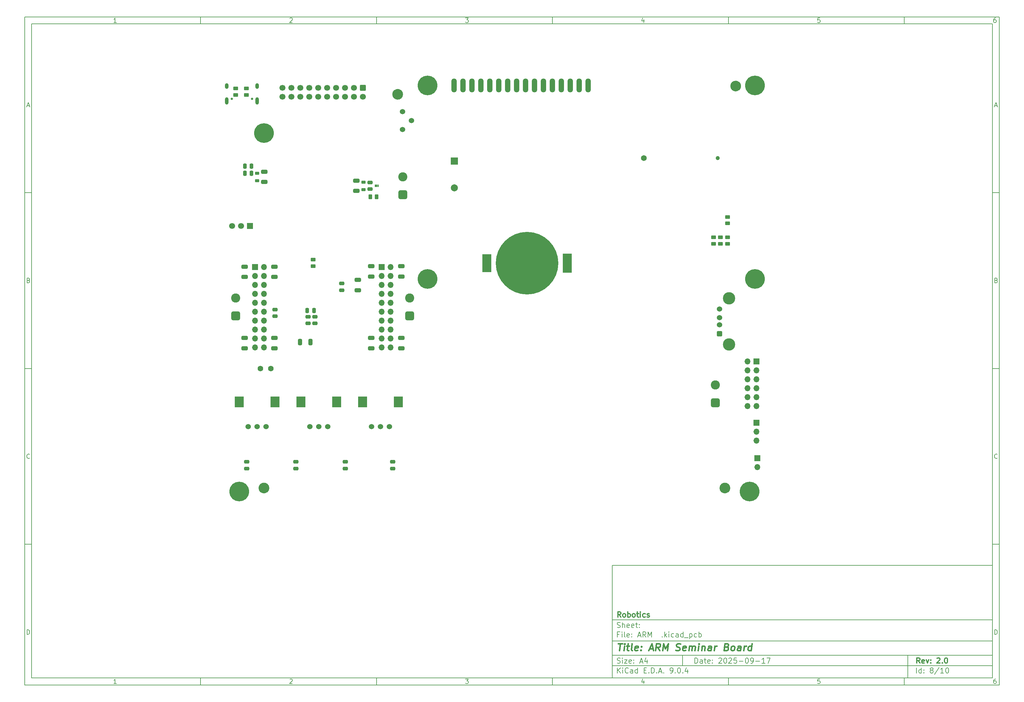
<source format=gbs>
G04 #@! TF.GenerationSoftware,KiCad,Pcbnew,9.0.4*
G04 #@! TF.CreationDate,2025-09-17T17:29:24+09:00*
G04 #@! TF.ProjectId,ARM ___ __,41524d20-38f8-4982-90f4-dc2e6b696361,2.0*
G04 #@! TF.SameCoordinates,Original*
G04 #@! TF.FileFunction,Soldermask,Bot*
G04 #@! TF.FilePolarity,Negative*
%FSLAX46Y46*%
G04 Gerber Fmt 4.6, Leading zero omitted, Abs format (unit mm)*
G04 Created by KiCad (PCBNEW 9.0.4) date 2025-09-17 17:29:24*
%MOMM*%
%LPD*%
G01*
G04 APERTURE LIST*
G04 Aperture macros list*
%AMRoundRect*
0 Rectangle with rounded corners*
0 $1 Rounding radius*
0 $2 $3 $4 $5 $6 $7 $8 $9 X,Y pos of 4 corners*
0 Add a 4 corners polygon primitive as box body*
4,1,4,$2,$3,$4,$5,$6,$7,$8,$9,$2,$3,0*
0 Add four circle primitives for the rounded corners*
1,1,$1+$1,$2,$3*
1,1,$1+$1,$4,$5*
1,1,$1+$1,$6,$7*
1,1,$1+$1,$8,$9*
0 Add four rect primitives between the rounded corners*
20,1,$1+$1,$2,$3,$4,$5,0*
20,1,$1+$1,$4,$5,$6,$7,0*
20,1,$1+$1,$6,$7,$8,$9,0*
20,1,$1+$1,$8,$9,$2,$3,0*%
%AMOutline4P*
0 Free polygon, 4 corners , with rotation*
0 The origin of the aperture is its center*
0 number of corners: always 4*
0 $1 to $8 corner X, Y*
0 $9 Rotation angle, in degrees counterclockwise*
0 create outline with 4 corners*
4,1,4,$1,$2,$3,$4,$5,$6,$7,$8,$1,$2,$9*%
G04 Aperture macros list end*
%ADD10C,0.100000*%
%ADD11C,0.150000*%
%ADD12C,0.300000*%
%ADD13C,0.400000*%
%ADD14C,1.550000*%
%ADD15C,3.000000*%
%ADD16RoundRect,0.650000X0.650000X-0.650000X0.650000X0.650000X-0.650000X0.650000X-0.650000X-0.650000X0*%
%ADD17C,2.600000*%
%ADD18C,1.524000*%
%ADD19Outline4P,-1.250000X-1.500000X1.250000X-1.500000X1.250000X1.500000X-1.250000X1.500000X0.000000*%
%ADD20C,5.600000*%
%ADD21C,1.600000*%
%ADD22C,3.200000*%
%ADD23O,1.501140X4.000500*%
%ADD24RoundRect,0.250000X-0.600000X0.600000X-0.600000X-0.600000X0.600000X-0.600000X0.600000X0.600000X0*%
%ADD25C,1.700000*%
%ADD26R,1.700000X1.700000*%
%ADD27O,1.700000X1.700000*%
%ADD28R,2.000000X2.000000*%
%ADD29C,2.000000*%
%ADD30RoundRect,0.250000X0.512000X-0.512000X0.512000X0.512000X-0.512000X0.512000X-0.512000X-0.512000X0*%
%ADD31C,3.500000*%
%ADD32C,0.650000*%
%ADD33O,1.000000X2.100000*%
%ADD34O,1.000000X1.600000*%
%ADD35C,1.150000*%
%ADD36C,1.650000*%
%ADD37RoundRect,0.250000X0.475000X-0.250000X0.475000X0.250000X-0.475000X0.250000X-0.475000X-0.250000X0*%
%ADD38RoundRect,0.250000X0.650000X-0.325000X0.650000X0.325000X-0.650000X0.325000X-0.650000X-0.325000X0*%
%ADD39RoundRect,0.250000X-0.450000X0.262500X-0.450000X-0.262500X0.450000X-0.262500X0.450000X0.262500X0*%
%ADD40RoundRect,0.250000X0.450000X-0.262500X0.450000X0.262500X-0.450000X0.262500X-0.450000X-0.262500X0*%
%ADD41RoundRect,0.218750X-0.381250X0.218750X-0.381250X-0.218750X0.381250X-0.218750X0.381250X0.218750X0*%
%ADD42RoundRect,0.250000X-0.475000X0.250000X-0.475000X-0.250000X0.475000X-0.250000X0.475000X0.250000X0*%
%ADD43C,0.450000*%
%ADD44RoundRect,0.250000X0.250000X0.475000X-0.250000X0.475000X-0.250000X-0.475000X0.250000X-0.475000X0*%
%ADD45RoundRect,0.250000X-0.325000X-0.650000X0.325000X-0.650000X0.325000X0.650000X-0.325000X0.650000X0*%
%ADD46R,2.500000X5.400000*%
%ADD47R,2.500000X5.100000*%
%ADD48C,17.800000*%
%ADD49RoundRect,0.250000X-0.650000X0.325000X-0.650000X-0.325000X0.650000X-0.325000X0.650000X0.325000X0*%
%ADD50RoundRect,0.218750X0.381250X-0.218750X0.381250X0.218750X-0.381250X0.218750X-0.381250X-0.218750X0*%
%ADD51RoundRect,0.250000X-0.262500X-0.450000X0.262500X-0.450000X0.262500X0.450000X-0.262500X0.450000X0*%
G04 APERTURE END LIST*
D10*
D11*
X177002200Y-166007200D02*
X285002200Y-166007200D01*
X285002200Y-198007200D01*
X177002200Y-198007200D01*
X177002200Y-166007200D01*
D10*
D11*
X10000000Y-10000000D02*
X287002200Y-10000000D01*
X287002200Y-200007200D01*
X10000000Y-200007200D01*
X10000000Y-10000000D01*
D10*
D11*
X12000000Y-12000000D02*
X285002200Y-12000000D01*
X285002200Y-198007200D01*
X12000000Y-198007200D01*
X12000000Y-12000000D01*
D10*
D11*
X60000000Y-12000000D02*
X60000000Y-10000000D01*
D10*
D11*
X110000000Y-12000000D02*
X110000000Y-10000000D01*
D10*
D11*
X160000000Y-12000000D02*
X160000000Y-10000000D01*
D10*
D11*
X210000000Y-12000000D02*
X210000000Y-10000000D01*
D10*
D11*
X260000000Y-12000000D02*
X260000000Y-10000000D01*
D10*
D11*
X36089160Y-11593604D02*
X35346303Y-11593604D01*
X35717731Y-11593604D02*
X35717731Y-10293604D01*
X35717731Y-10293604D02*
X35593922Y-10479319D01*
X35593922Y-10479319D02*
X35470112Y-10603128D01*
X35470112Y-10603128D02*
X35346303Y-10665033D01*
D10*
D11*
X85346303Y-10417414D02*
X85408207Y-10355509D01*
X85408207Y-10355509D02*
X85532017Y-10293604D01*
X85532017Y-10293604D02*
X85841541Y-10293604D01*
X85841541Y-10293604D02*
X85965350Y-10355509D01*
X85965350Y-10355509D02*
X86027255Y-10417414D01*
X86027255Y-10417414D02*
X86089160Y-10541223D01*
X86089160Y-10541223D02*
X86089160Y-10665033D01*
X86089160Y-10665033D02*
X86027255Y-10850747D01*
X86027255Y-10850747D02*
X85284398Y-11593604D01*
X85284398Y-11593604D02*
X86089160Y-11593604D01*
D10*
D11*
X135284398Y-10293604D02*
X136089160Y-10293604D01*
X136089160Y-10293604D02*
X135655826Y-10788842D01*
X135655826Y-10788842D02*
X135841541Y-10788842D01*
X135841541Y-10788842D02*
X135965350Y-10850747D01*
X135965350Y-10850747D02*
X136027255Y-10912652D01*
X136027255Y-10912652D02*
X136089160Y-11036461D01*
X136089160Y-11036461D02*
X136089160Y-11345985D01*
X136089160Y-11345985D02*
X136027255Y-11469795D01*
X136027255Y-11469795D02*
X135965350Y-11531700D01*
X135965350Y-11531700D02*
X135841541Y-11593604D01*
X135841541Y-11593604D02*
X135470112Y-11593604D01*
X135470112Y-11593604D02*
X135346303Y-11531700D01*
X135346303Y-11531700D02*
X135284398Y-11469795D01*
D10*
D11*
X185965350Y-10726938D02*
X185965350Y-11593604D01*
X185655826Y-10231700D02*
X185346303Y-11160271D01*
X185346303Y-11160271D02*
X186151064Y-11160271D01*
D10*
D11*
X236027255Y-10293604D02*
X235408207Y-10293604D01*
X235408207Y-10293604D02*
X235346303Y-10912652D01*
X235346303Y-10912652D02*
X235408207Y-10850747D01*
X235408207Y-10850747D02*
X235532017Y-10788842D01*
X235532017Y-10788842D02*
X235841541Y-10788842D01*
X235841541Y-10788842D02*
X235965350Y-10850747D01*
X235965350Y-10850747D02*
X236027255Y-10912652D01*
X236027255Y-10912652D02*
X236089160Y-11036461D01*
X236089160Y-11036461D02*
X236089160Y-11345985D01*
X236089160Y-11345985D02*
X236027255Y-11469795D01*
X236027255Y-11469795D02*
X235965350Y-11531700D01*
X235965350Y-11531700D02*
X235841541Y-11593604D01*
X235841541Y-11593604D02*
X235532017Y-11593604D01*
X235532017Y-11593604D02*
X235408207Y-11531700D01*
X235408207Y-11531700D02*
X235346303Y-11469795D01*
D10*
D11*
X285965350Y-10293604D02*
X285717731Y-10293604D01*
X285717731Y-10293604D02*
X285593922Y-10355509D01*
X285593922Y-10355509D02*
X285532017Y-10417414D01*
X285532017Y-10417414D02*
X285408207Y-10603128D01*
X285408207Y-10603128D02*
X285346303Y-10850747D01*
X285346303Y-10850747D02*
X285346303Y-11345985D01*
X285346303Y-11345985D02*
X285408207Y-11469795D01*
X285408207Y-11469795D02*
X285470112Y-11531700D01*
X285470112Y-11531700D02*
X285593922Y-11593604D01*
X285593922Y-11593604D02*
X285841541Y-11593604D01*
X285841541Y-11593604D02*
X285965350Y-11531700D01*
X285965350Y-11531700D02*
X286027255Y-11469795D01*
X286027255Y-11469795D02*
X286089160Y-11345985D01*
X286089160Y-11345985D02*
X286089160Y-11036461D01*
X286089160Y-11036461D02*
X286027255Y-10912652D01*
X286027255Y-10912652D02*
X285965350Y-10850747D01*
X285965350Y-10850747D02*
X285841541Y-10788842D01*
X285841541Y-10788842D02*
X285593922Y-10788842D01*
X285593922Y-10788842D02*
X285470112Y-10850747D01*
X285470112Y-10850747D02*
X285408207Y-10912652D01*
X285408207Y-10912652D02*
X285346303Y-11036461D01*
D10*
D11*
X60000000Y-198007200D02*
X60000000Y-200007200D01*
D10*
D11*
X110000000Y-198007200D02*
X110000000Y-200007200D01*
D10*
D11*
X160000000Y-198007200D02*
X160000000Y-200007200D01*
D10*
D11*
X210000000Y-198007200D02*
X210000000Y-200007200D01*
D10*
D11*
X260000000Y-198007200D02*
X260000000Y-200007200D01*
D10*
D11*
X36089160Y-199600804D02*
X35346303Y-199600804D01*
X35717731Y-199600804D02*
X35717731Y-198300804D01*
X35717731Y-198300804D02*
X35593922Y-198486519D01*
X35593922Y-198486519D02*
X35470112Y-198610328D01*
X35470112Y-198610328D02*
X35346303Y-198672233D01*
D10*
D11*
X85346303Y-198424614D02*
X85408207Y-198362709D01*
X85408207Y-198362709D02*
X85532017Y-198300804D01*
X85532017Y-198300804D02*
X85841541Y-198300804D01*
X85841541Y-198300804D02*
X85965350Y-198362709D01*
X85965350Y-198362709D02*
X86027255Y-198424614D01*
X86027255Y-198424614D02*
X86089160Y-198548423D01*
X86089160Y-198548423D02*
X86089160Y-198672233D01*
X86089160Y-198672233D02*
X86027255Y-198857947D01*
X86027255Y-198857947D02*
X85284398Y-199600804D01*
X85284398Y-199600804D02*
X86089160Y-199600804D01*
D10*
D11*
X135284398Y-198300804D02*
X136089160Y-198300804D01*
X136089160Y-198300804D02*
X135655826Y-198796042D01*
X135655826Y-198796042D02*
X135841541Y-198796042D01*
X135841541Y-198796042D02*
X135965350Y-198857947D01*
X135965350Y-198857947D02*
X136027255Y-198919852D01*
X136027255Y-198919852D02*
X136089160Y-199043661D01*
X136089160Y-199043661D02*
X136089160Y-199353185D01*
X136089160Y-199353185D02*
X136027255Y-199476995D01*
X136027255Y-199476995D02*
X135965350Y-199538900D01*
X135965350Y-199538900D02*
X135841541Y-199600804D01*
X135841541Y-199600804D02*
X135470112Y-199600804D01*
X135470112Y-199600804D02*
X135346303Y-199538900D01*
X135346303Y-199538900D02*
X135284398Y-199476995D01*
D10*
D11*
X185965350Y-198734138D02*
X185965350Y-199600804D01*
X185655826Y-198238900D02*
X185346303Y-199167471D01*
X185346303Y-199167471D02*
X186151064Y-199167471D01*
D10*
D11*
X236027255Y-198300804D02*
X235408207Y-198300804D01*
X235408207Y-198300804D02*
X235346303Y-198919852D01*
X235346303Y-198919852D02*
X235408207Y-198857947D01*
X235408207Y-198857947D02*
X235532017Y-198796042D01*
X235532017Y-198796042D02*
X235841541Y-198796042D01*
X235841541Y-198796042D02*
X235965350Y-198857947D01*
X235965350Y-198857947D02*
X236027255Y-198919852D01*
X236027255Y-198919852D02*
X236089160Y-199043661D01*
X236089160Y-199043661D02*
X236089160Y-199353185D01*
X236089160Y-199353185D02*
X236027255Y-199476995D01*
X236027255Y-199476995D02*
X235965350Y-199538900D01*
X235965350Y-199538900D02*
X235841541Y-199600804D01*
X235841541Y-199600804D02*
X235532017Y-199600804D01*
X235532017Y-199600804D02*
X235408207Y-199538900D01*
X235408207Y-199538900D02*
X235346303Y-199476995D01*
D10*
D11*
X285965350Y-198300804D02*
X285717731Y-198300804D01*
X285717731Y-198300804D02*
X285593922Y-198362709D01*
X285593922Y-198362709D02*
X285532017Y-198424614D01*
X285532017Y-198424614D02*
X285408207Y-198610328D01*
X285408207Y-198610328D02*
X285346303Y-198857947D01*
X285346303Y-198857947D02*
X285346303Y-199353185D01*
X285346303Y-199353185D02*
X285408207Y-199476995D01*
X285408207Y-199476995D02*
X285470112Y-199538900D01*
X285470112Y-199538900D02*
X285593922Y-199600804D01*
X285593922Y-199600804D02*
X285841541Y-199600804D01*
X285841541Y-199600804D02*
X285965350Y-199538900D01*
X285965350Y-199538900D02*
X286027255Y-199476995D01*
X286027255Y-199476995D02*
X286089160Y-199353185D01*
X286089160Y-199353185D02*
X286089160Y-199043661D01*
X286089160Y-199043661D02*
X286027255Y-198919852D01*
X286027255Y-198919852D02*
X285965350Y-198857947D01*
X285965350Y-198857947D02*
X285841541Y-198796042D01*
X285841541Y-198796042D02*
X285593922Y-198796042D01*
X285593922Y-198796042D02*
X285470112Y-198857947D01*
X285470112Y-198857947D02*
X285408207Y-198919852D01*
X285408207Y-198919852D02*
X285346303Y-199043661D01*
D10*
D11*
X10000000Y-60000000D02*
X12000000Y-60000000D01*
D10*
D11*
X10000000Y-110000000D02*
X12000000Y-110000000D01*
D10*
D11*
X10000000Y-160000000D02*
X12000000Y-160000000D01*
D10*
D11*
X10690476Y-35222176D02*
X11309523Y-35222176D01*
X10566666Y-35593604D02*
X10999999Y-34293604D01*
X10999999Y-34293604D02*
X11433333Y-35593604D01*
D10*
D11*
X11092857Y-84912652D02*
X11278571Y-84974557D01*
X11278571Y-84974557D02*
X11340476Y-85036461D01*
X11340476Y-85036461D02*
X11402380Y-85160271D01*
X11402380Y-85160271D02*
X11402380Y-85345985D01*
X11402380Y-85345985D02*
X11340476Y-85469795D01*
X11340476Y-85469795D02*
X11278571Y-85531700D01*
X11278571Y-85531700D02*
X11154761Y-85593604D01*
X11154761Y-85593604D02*
X10659523Y-85593604D01*
X10659523Y-85593604D02*
X10659523Y-84293604D01*
X10659523Y-84293604D02*
X11092857Y-84293604D01*
X11092857Y-84293604D02*
X11216666Y-84355509D01*
X11216666Y-84355509D02*
X11278571Y-84417414D01*
X11278571Y-84417414D02*
X11340476Y-84541223D01*
X11340476Y-84541223D02*
X11340476Y-84665033D01*
X11340476Y-84665033D02*
X11278571Y-84788842D01*
X11278571Y-84788842D02*
X11216666Y-84850747D01*
X11216666Y-84850747D02*
X11092857Y-84912652D01*
X11092857Y-84912652D02*
X10659523Y-84912652D01*
D10*
D11*
X11402380Y-135469795D02*
X11340476Y-135531700D01*
X11340476Y-135531700D02*
X11154761Y-135593604D01*
X11154761Y-135593604D02*
X11030952Y-135593604D01*
X11030952Y-135593604D02*
X10845238Y-135531700D01*
X10845238Y-135531700D02*
X10721428Y-135407890D01*
X10721428Y-135407890D02*
X10659523Y-135284080D01*
X10659523Y-135284080D02*
X10597619Y-135036461D01*
X10597619Y-135036461D02*
X10597619Y-134850747D01*
X10597619Y-134850747D02*
X10659523Y-134603128D01*
X10659523Y-134603128D02*
X10721428Y-134479319D01*
X10721428Y-134479319D02*
X10845238Y-134355509D01*
X10845238Y-134355509D02*
X11030952Y-134293604D01*
X11030952Y-134293604D02*
X11154761Y-134293604D01*
X11154761Y-134293604D02*
X11340476Y-134355509D01*
X11340476Y-134355509D02*
X11402380Y-134417414D01*
D10*
D11*
X10659523Y-185593604D02*
X10659523Y-184293604D01*
X10659523Y-184293604D02*
X10969047Y-184293604D01*
X10969047Y-184293604D02*
X11154761Y-184355509D01*
X11154761Y-184355509D02*
X11278571Y-184479319D01*
X11278571Y-184479319D02*
X11340476Y-184603128D01*
X11340476Y-184603128D02*
X11402380Y-184850747D01*
X11402380Y-184850747D02*
X11402380Y-185036461D01*
X11402380Y-185036461D02*
X11340476Y-185284080D01*
X11340476Y-185284080D02*
X11278571Y-185407890D01*
X11278571Y-185407890D02*
X11154761Y-185531700D01*
X11154761Y-185531700D02*
X10969047Y-185593604D01*
X10969047Y-185593604D02*
X10659523Y-185593604D01*
D10*
D11*
X287002200Y-60000000D02*
X285002200Y-60000000D01*
D10*
D11*
X287002200Y-110000000D02*
X285002200Y-110000000D01*
D10*
D11*
X287002200Y-160000000D02*
X285002200Y-160000000D01*
D10*
D11*
X285692676Y-35222176D02*
X286311723Y-35222176D01*
X285568866Y-35593604D02*
X286002199Y-34293604D01*
X286002199Y-34293604D02*
X286435533Y-35593604D01*
D10*
D11*
X286095057Y-84912652D02*
X286280771Y-84974557D01*
X286280771Y-84974557D02*
X286342676Y-85036461D01*
X286342676Y-85036461D02*
X286404580Y-85160271D01*
X286404580Y-85160271D02*
X286404580Y-85345985D01*
X286404580Y-85345985D02*
X286342676Y-85469795D01*
X286342676Y-85469795D02*
X286280771Y-85531700D01*
X286280771Y-85531700D02*
X286156961Y-85593604D01*
X286156961Y-85593604D02*
X285661723Y-85593604D01*
X285661723Y-85593604D02*
X285661723Y-84293604D01*
X285661723Y-84293604D02*
X286095057Y-84293604D01*
X286095057Y-84293604D02*
X286218866Y-84355509D01*
X286218866Y-84355509D02*
X286280771Y-84417414D01*
X286280771Y-84417414D02*
X286342676Y-84541223D01*
X286342676Y-84541223D02*
X286342676Y-84665033D01*
X286342676Y-84665033D02*
X286280771Y-84788842D01*
X286280771Y-84788842D02*
X286218866Y-84850747D01*
X286218866Y-84850747D02*
X286095057Y-84912652D01*
X286095057Y-84912652D02*
X285661723Y-84912652D01*
D10*
D11*
X286404580Y-135469795D02*
X286342676Y-135531700D01*
X286342676Y-135531700D02*
X286156961Y-135593604D01*
X286156961Y-135593604D02*
X286033152Y-135593604D01*
X286033152Y-135593604D02*
X285847438Y-135531700D01*
X285847438Y-135531700D02*
X285723628Y-135407890D01*
X285723628Y-135407890D02*
X285661723Y-135284080D01*
X285661723Y-135284080D02*
X285599819Y-135036461D01*
X285599819Y-135036461D02*
X285599819Y-134850747D01*
X285599819Y-134850747D02*
X285661723Y-134603128D01*
X285661723Y-134603128D02*
X285723628Y-134479319D01*
X285723628Y-134479319D02*
X285847438Y-134355509D01*
X285847438Y-134355509D02*
X286033152Y-134293604D01*
X286033152Y-134293604D02*
X286156961Y-134293604D01*
X286156961Y-134293604D02*
X286342676Y-134355509D01*
X286342676Y-134355509D02*
X286404580Y-134417414D01*
D10*
D11*
X285661723Y-185593604D02*
X285661723Y-184293604D01*
X285661723Y-184293604D02*
X285971247Y-184293604D01*
X285971247Y-184293604D02*
X286156961Y-184355509D01*
X286156961Y-184355509D02*
X286280771Y-184479319D01*
X286280771Y-184479319D02*
X286342676Y-184603128D01*
X286342676Y-184603128D02*
X286404580Y-184850747D01*
X286404580Y-184850747D02*
X286404580Y-185036461D01*
X286404580Y-185036461D02*
X286342676Y-185284080D01*
X286342676Y-185284080D02*
X286280771Y-185407890D01*
X286280771Y-185407890D02*
X286156961Y-185531700D01*
X286156961Y-185531700D02*
X285971247Y-185593604D01*
X285971247Y-185593604D02*
X285661723Y-185593604D01*
D10*
D11*
X200458026Y-193793328D02*
X200458026Y-192293328D01*
X200458026Y-192293328D02*
X200815169Y-192293328D01*
X200815169Y-192293328D02*
X201029455Y-192364757D01*
X201029455Y-192364757D02*
X201172312Y-192507614D01*
X201172312Y-192507614D02*
X201243741Y-192650471D01*
X201243741Y-192650471D02*
X201315169Y-192936185D01*
X201315169Y-192936185D02*
X201315169Y-193150471D01*
X201315169Y-193150471D02*
X201243741Y-193436185D01*
X201243741Y-193436185D02*
X201172312Y-193579042D01*
X201172312Y-193579042D02*
X201029455Y-193721900D01*
X201029455Y-193721900D02*
X200815169Y-193793328D01*
X200815169Y-193793328D02*
X200458026Y-193793328D01*
X202600884Y-193793328D02*
X202600884Y-193007614D01*
X202600884Y-193007614D02*
X202529455Y-192864757D01*
X202529455Y-192864757D02*
X202386598Y-192793328D01*
X202386598Y-192793328D02*
X202100884Y-192793328D01*
X202100884Y-192793328D02*
X201958026Y-192864757D01*
X202600884Y-193721900D02*
X202458026Y-193793328D01*
X202458026Y-193793328D02*
X202100884Y-193793328D01*
X202100884Y-193793328D02*
X201958026Y-193721900D01*
X201958026Y-193721900D02*
X201886598Y-193579042D01*
X201886598Y-193579042D02*
X201886598Y-193436185D01*
X201886598Y-193436185D02*
X201958026Y-193293328D01*
X201958026Y-193293328D02*
X202100884Y-193221900D01*
X202100884Y-193221900D02*
X202458026Y-193221900D01*
X202458026Y-193221900D02*
X202600884Y-193150471D01*
X203100884Y-192793328D02*
X203672312Y-192793328D01*
X203315169Y-192293328D02*
X203315169Y-193579042D01*
X203315169Y-193579042D02*
X203386598Y-193721900D01*
X203386598Y-193721900D02*
X203529455Y-193793328D01*
X203529455Y-193793328D02*
X203672312Y-193793328D01*
X204743741Y-193721900D02*
X204600884Y-193793328D01*
X204600884Y-193793328D02*
X204315170Y-193793328D01*
X204315170Y-193793328D02*
X204172312Y-193721900D01*
X204172312Y-193721900D02*
X204100884Y-193579042D01*
X204100884Y-193579042D02*
X204100884Y-193007614D01*
X204100884Y-193007614D02*
X204172312Y-192864757D01*
X204172312Y-192864757D02*
X204315170Y-192793328D01*
X204315170Y-192793328D02*
X204600884Y-192793328D01*
X204600884Y-192793328D02*
X204743741Y-192864757D01*
X204743741Y-192864757D02*
X204815170Y-193007614D01*
X204815170Y-193007614D02*
X204815170Y-193150471D01*
X204815170Y-193150471D02*
X204100884Y-193293328D01*
X205458026Y-193650471D02*
X205529455Y-193721900D01*
X205529455Y-193721900D02*
X205458026Y-193793328D01*
X205458026Y-193793328D02*
X205386598Y-193721900D01*
X205386598Y-193721900D02*
X205458026Y-193650471D01*
X205458026Y-193650471D02*
X205458026Y-193793328D01*
X205458026Y-192864757D02*
X205529455Y-192936185D01*
X205529455Y-192936185D02*
X205458026Y-193007614D01*
X205458026Y-193007614D02*
X205386598Y-192936185D01*
X205386598Y-192936185D02*
X205458026Y-192864757D01*
X205458026Y-192864757D02*
X205458026Y-193007614D01*
X207243741Y-192436185D02*
X207315169Y-192364757D01*
X207315169Y-192364757D02*
X207458027Y-192293328D01*
X207458027Y-192293328D02*
X207815169Y-192293328D01*
X207815169Y-192293328D02*
X207958027Y-192364757D01*
X207958027Y-192364757D02*
X208029455Y-192436185D01*
X208029455Y-192436185D02*
X208100884Y-192579042D01*
X208100884Y-192579042D02*
X208100884Y-192721900D01*
X208100884Y-192721900D02*
X208029455Y-192936185D01*
X208029455Y-192936185D02*
X207172312Y-193793328D01*
X207172312Y-193793328D02*
X208100884Y-193793328D01*
X209029455Y-192293328D02*
X209172312Y-192293328D01*
X209172312Y-192293328D02*
X209315169Y-192364757D01*
X209315169Y-192364757D02*
X209386598Y-192436185D01*
X209386598Y-192436185D02*
X209458026Y-192579042D01*
X209458026Y-192579042D02*
X209529455Y-192864757D01*
X209529455Y-192864757D02*
X209529455Y-193221900D01*
X209529455Y-193221900D02*
X209458026Y-193507614D01*
X209458026Y-193507614D02*
X209386598Y-193650471D01*
X209386598Y-193650471D02*
X209315169Y-193721900D01*
X209315169Y-193721900D02*
X209172312Y-193793328D01*
X209172312Y-193793328D02*
X209029455Y-193793328D01*
X209029455Y-193793328D02*
X208886598Y-193721900D01*
X208886598Y-193721900D02*
X208815169Y-193650471D01*
X208815169Y-193650471D02*
X208743740Y-193507614D01*
X208743740Y-193507614D02*
X208672312Y-193221900D01*
X208672312Y-193221900D02*
X208672312Y-192864757D01*
X208672312Y-192864757D02*
X208743740Y-192579042D01*
X208743740Y-192579042D02*
X208815169Y-192436185D01*
X208815169Y-192436185D02*
X208886598Y-192364757D01*
X208886598Y-192364757D02*
X209029455Y-192293328D01*
X210100883Y-192436185D02*
X210172311Y-192364757D01*
X210172311Y-192364757D02*
X210315169Y-192293328D01*
X210315169Y-192293328D02*
X210672311Y-192293328D01*
X210672311Y-192293328D02*
X210815169Y-192364757D01*
X210815169Y-192364757D02*
X210886597Y-192436185D01*
X210886597Y-192436185D02*
X210958026Y-192579042D01*
X210958026Y-192579042D02*
X210958026Y-192721900D01*
X210958026Y-192721900D02*
X210886597Y-192936185D01*
X210886597Y-192936185D02*
X210029454Y-193793328D01*
X210029454Y-193793328D02*
X210958026Y-193793328D01*
X212315168Y-192293328D02*
X211600882Y-192293328D01*
X211600882Y-192293328D02*
X211529454Y-193007614D01*
X211529454Y-193007614D02*
X211600882Y-192936185D01*
X211600882Y-192936185D02*
X211743740Y-192864757D01*
X211743740Y-192864757D02*
X212100882Y-192864757D01*
X212100882Y-192864757D02*
X212243740Y-192936185D01*
X212243740Y-192936185D02*
X212315168Y-193007614D01*
X212315168Y-193007614D02*
X212386597Y-193150471D01*
X212386597Y-193150471D02*
X212386597Y-193507614D01*
X212386597Y-193507614D02*
X212315168Y-193650471D01*
X212315168Y-193650471D02*
X212243740Y-193721900D01*
X212243740Y-193721900D02*
X212100882Y-193793328D01*
X212100882Y-193793328D02*
X211743740Y-193793328D01*
X211743740Y-193793328D02*
X211600882Y-193721900D01*
X211600882Y-193721900D02*
X211529454Y-193650471D01*
X213029453Y-193221900D02*
X214172311Y-193221900D01*
X215172311Y-192293328D02*
X215315168Y-192293328D01*
X215315168Y-192293328D02*
X215458025Y-192364757D01*
X215458025Y-192364757D02*
X215529454Y-192436185D01*
X215529454Y-192436185D02*
X215600882Y-192579042D01*
X215600882Y-192579042D02*
X215672311Y-192864757D01*
X215672311Y-192864757D02*
X215672311Y-193221900D01*
X215672311Y-193221900D02*
X215600882Y-193507614D01*
X215600882Y-193507614D02*
X215529454Y-193650471D01*
X215529454Y-193650471D02*
X215458025Y-193721900D01*
X215458025Y-193721900D02*
X215315168Y-193793328D01*
X215315168Y-193793328D02*
X215172311Y-193793328D01*
X215172311Y-193793328D02*
X215029454Y-193721900D01*
X215029454Y-193721900D02*
X214958025Y-193650471D01*
X214958025Y-193650471D02*
X214886596Y-193507614D01*
X214886596Y-193507614D02*
X214815168Y-193221900D01*
X214815168Y-193221900D02*
X214815168Y-192864757D01*
X214815168Y-192864757D02*
X214886596Y-192579042D01*
X214886596Y-192579042D02*
X214958025Y-192436185D01*
X214958025Y-192436185D02*
X215029454Y-192364757D01*
X215029454Y-192364757D02*
X215172311Y-192293328D01*
X216386596Y-193793328D02*
X216672310Y-193793328D01*
X216672310Y-193793328D02*
X216815167Y-193721900D01*
X216815167Y-193721900D02*
X216886596Y-193650471D01*
X216886596Y-193650471D02*
X217029453Y-193436185D01*
X217029453Y-193436185D02*
X217100882Y-193150471D01*
X217100882Y-193150471D02*
X217100882Y-192579042D01*
X217100882Y-192579042D02*
X217029453Y-192436185D01*
X217029453Y-192436185D02*
X216958025Y-192364757D01*
X216958025Y-192364757D02*
X216815167Y-192293328D01*
X216815167Y-192293328D02*
X216529453Y-192293328D01*
X216529453Y-192293328D02*
X216386596Y-192364757D01*
X216386596Y-192364757D02*
X216315167Y-192436185D01*
X216315167Y-192436185D02*
X216243739Y-192579042D01*
X216243739Y-192579042D02*
X216243739Y-192936185D01*
X216243739Y-192936185D02*
X216315167Y-193079042D01*
X216315167Y-193079042D02*
X216386596Y-193150471D01*
X216386596Y-193150471D02*
X216529453Y-193221900D01*
X216529453Y-193221900D02*
X216815167Y-193221900D01*
X216815167Y-193221900D02*
X216958025Y-193150471D01*
X216958025Y-193150471D02*
X217029453Y-193079042D01*
X217029453Y-193079042D02*
X217100882Y-192936185D01*
X217743738Y-193221900D02*
X218886596Y-193221900D01*
X220386596Y-193793328D02*
X219529453Y-193793328D01*
X219958024Y-193793328D02*
X219958024Y-192293328D01*
X219958024Y-192293328D02*
X219815167Y-192507614D01*
X219815167Y-192507614D02*
X219672310Y-192650471D01*
X219672310Y-192650471D02*
X219529453Y-192721900D01*
X220886595Y-192293328D02*
X221886595Y-192293328D01*
X221886595Y-192293328D02*
X221243738Y-193793328D01*
D10*
D11*
X177002200Y-194507200D02*
X285002200Y-194507200D01*
D10*
D11*
X178458026Y-196593328D02*
X178458026Y-195093328D01*
X179315169Y-196593328D02*
X178672312Y-195736185D01*
X179315169Y-195093328D02*
X178458026Y-195950471D01*
X179958026Y-196593328D02*
X179958026Y-195593328D01*
X179958026Y-195093328D02*
X179886598Y-195164757D01*
X179886598Y-195164757D02*
X179958026Y-195236185D01*
X179958026Y-195236185D02*
X180029455Y-195164757D01*
X180029455Y-195164757D02*
X179958026Y-195093328D01*
X179958026Y-195093328D02*
X179958026Y-195236185D01*
X181529455Y-196450471D02*
X181458027Y-196521900D01*
X181458027Y-196521900D02*
X181243741Y-196593328D01*
X181243741Y-196593328D02*
X181100884Y-196593328D01*
X181100884Y-196593328D02*
X180886598Y-196521900D01*
X180886598Y-196521900D02*
X180743741Y-196379042D01*
X180743741Y-196379042D02*
X180672312Y-196236185D01*
X180672312Y-196236185D02*
X180600884Y-195950471D01*
X180600884Y-195950471D02*
X180600884Y-195736185D01*
X180600884Y-195736185D02*
X180672312Y-195450471D01*
X180672312Y-195450471D02*
X180743741Y-195307614D01*
X180743741Y-195307614D02*
X180886598Y-195164757D01*
X180886598Y-195164757D02*
X181100884Y-195093328D01*
X181100884Y-195093328D02*
X181243741Y-195093328D01*
X181243741Y-195093328D02*
X181458027Y-195164757D01*
X181458027Y-195164757D02*
X181529455Y-195236185D01*
X182815170Y-196593328D02*
X182815170Y-195807614D01*
X182815170Y-195807614D02*
X182743741Y-195664757D01*
X182743741Y-195664757D02*
X182600884Y-195593328D01*
X182600884Y-195593328D02*
X182315170Y-195593328D01*
X182315170Y-195593328D02*
X182172312Y-195664757D01*
X182815170Y-196521900D02*
X182672312Y-196593328D01*
X182672312Y-196593328D02*
X182315170Y-196593328D01*
X182315170Y-196593328D02*
X182172312Y-196521900D01*
X182172312Y-196521900D02*
X182100884Y-196379042D01*
X182100884Y-196379042D02*
X182100884Y-196236185D01*
X182100884Y-196236185D02*
X182172312Y-196093328D01*
X182172312Y-196093328D02*
X182315170Y-196021900D01*
X182315170Y-196021900D02*
X182672312Y-196021900D01*
X182672312Y-196021900D02*
X182815170Y-195950471D01*
X184172313Y-196593328D02*
X184172313Y-195093328D01*
X184172313Y-196521900D02*
X184029455Y-196593328D01*
X184029455Y-196593328D02*
X183743741Y-196593328D01*
X183743741Y-196593328D02*
X183600884Y-196521900D01*
X183600884Y-196521900D02*
X183529455Y-196450471D01*
X183529455Y-196450471D02*
X183458027Y-196307614D01*
X183458027Y-196307614D02*
X183458027Y-195879042D01*
X183458027Y-195879042D02*
X183529455Y-195736185D01*
X183529455Y-195736185D02*
X183600884Y-195664757D01*
X183600884Y-195664757D02*
X183743741Y-195593328D01*
X183743741Y-195593328D02*
X184029455Y-195593328D01*
X184029455Y-195593328D02*
X184172313Y-195664757D01*
X186029455Y-195807614D02*
X186529455Y-195807614D01*
X186743741Y-196593328D02*
X186029455Y-196593328D01*
X186029455Y-196593328D02*
X186029455Y-195093328D01*
X186029455Y-195093328D02*
X186743741Y-195093328D01*
X187386598Y-196450471D02*
X187458027Y-196521900D01*
X187458027Y-196521900D02*
X187386598Y-196593328D01*
X187386598Y-196593328D02*
X187315170Y-196521900D01*
X187315170Y-196521900D02*
X187386598Y-196450471D01*
X187386598Y-196450471D02*
X187386598Y-196593328D01*
X188100884Y-196593328D02*
X188100884Y-195093328D01*
X188100884Y-195093328D02*
X188458027Y-195093328D01*
X188458027Y-195093328D02*
X188672313Y-195164757D01*
X188672313Y-195164757D02*
X188815170Y-195307614D01*
X188815170Y-195307614D02*
X188886599Y-195450471D01*
X188886599Y-195450471D02*
X188958027Y-195736185D01*
X188958027Y-195736185D02*
X188958027Y-195950471D01*
X188958027Y-195950471D02*
X188886599Y-196236185D01*
X188886599Y-196236185D02*
X188815170Y-196379042D01*
X188815170Y-196379042D02*
X188672313Y-196521900D01*
X188672313Y-196521900D02*
X188458027Y-196593328D01*
X188458027Y-196593328D02*
X188100884Y-196593328D01*
X189600884Y-196450471D02*
X189672313Y-196521900D01*
X189672313Y-196521900D02*
X189600884Y-196593328D01*
X189600884Y-196593328D02*
X189529456Y-196521900D01*
X189529456Y-196521900D02*
X189600884Y-196450471D01*
X189600884Y-196450471D02*
X189600884Y-196593328D01*
X190243742Y-196164757D02*
X190958028Y-196164757D01*
X190100885Y-196593328D02*
X190600885Y-195093328D01*
X190600885Y-195093328D02*
X191100885Y-196593328D01*
X191600884Y-196450471D02*
X191672313Y-196521900D01*
X191672313Y-196521900D02*
X191600884Y-196593328D01*
X191600884Y-196593328D02*
X191529456Y-196521900D01*
X191529456Y-196521900D02*
X191600884Y-196450471D01*
X191600884Y-196450471D02*
X191600884Y-196593328D01*
X193529456Y-196593328D02*
X193815170Y-196593328D01*
X193815170Y-196593328D02*
X193958027Y-196521900D01*
X193958027Y-196521900D02*
X194029456Y-196450471D01*
X194029456Y-196450471D02*
X194172313Y-196236185D01*
X194172313Y-196236185D02*
X194243742Y-195950471D01*
X194243742Y-195950471D02*
X194243742Y-195379042D01*
X194243742Y-195379042D02*
X194172313Y-195236185D01*
X194172313Y-195236185D02*
X194100885Y-195164757D01*
X194100885Y-195164757D02*
X193958027Y-195093328D01*
X193958027Y-195093328D02*
X193672313Y-195093328D01*
X193672313Y-195093328D02*
X193529456Y-195164757D01*
X193529456Y-195164757D02*
X193458027Y-195236185D01*
X193458027Y-195236185D02*
X193386599Y-195379042D01*
X193386599Y-195379042D02*
X193386599Y-195736185D01*
X193386599Y-195736185D02*
X193458027Y-195879042D01*
X193458027Y-195879042D02*
X193529456Y-195950471D01*
X193529456Y-195950471D02*
X193672313Y-196021900D01*
X193672313Y-196021900D02*
X193958027Y-196021900D01*
X193958027Y-196021900D02*
X194100885Y-195950471D01*
X194100885Y-195950471D02*
X194172313Y-195879042D01*
X194172313Y-195879042D02*
X194243742Y-195736185D01*
X194886598Y-196450471D02*
X194958027Y-196521900D01*
X194958027Y-196521900D02*
X194886598Y-196593328D01*
X194886598Y-196593328D02*
X194815170Y-196521900D01*
X194815170Y-196521900D02*
X194886598Y-196450471D01*
X194886598Y-196450471D02*
X194886598Y-196593328D01*
X195886599Y-195093328D02*
X196029456Y-195093328D01*
X196029456Y-195093328D02*
X196172313Y-195164757D01*
X196172313Y-195164757D02*
X196243742Y-195236185D01*
X196243742Y-195236185D02*
X196315170Y-195379042D01*
X196315170Y-195379042D02*
X196386599Y-195664757D01*
X196386599Y-195664757D02*
X196386599Y-196021900D01*
X196386599Y-196021900D02*
X196315170Y-196307614D01*
X196315170Y-196307614D02*
X196243742Y-196450471D01*
X196243742Y-196450471D02*
X196172313Y-196521900D01*
X196172313Y-196521900D02*
X196029456Y-196593328D01*
X196029456Y-196593328D02*
X195886599Y-196593328D01*
X195886599Y-196593328D02*
X195743742Y-196521900D01*
X195743742Y-196521900D02*
X195672313Y-196450471D01*
X195672313Y-196450471D02*
X195600884Y-196307614D01*
X195600884Y-196307614D02*
X195529456Y-196021900D01*
X195529456Y-196021900D02*
X195529456Y-195664757D01*
X195529456Y-195664757D02*
X195600884Y-195379042D01*
X195600884Y-195379042D02*
X195672313Y-195236185D01*
X195672313Y-195236185D02*
X195743742Y-195164757D01*
X195743742Y-195164757D02*
X195886599Y-195093328D01*
X197029455Y-196450471D02*
X197100884Y-196521900D01*
X197100884Y-196521900D02*
X197029455Y-196593328D01*
X197029455Y-196593328D02*
X196958027Y-196521900D01*
X196958027Y-196521900D02*
X197029455Y-196450471D01*
X197029455Y-196450471D02*
X197029455Y-196593328D01*
X198386599Y-195593328D02*
X198386599Y-196593328D01*
X198029456Y-195021900D02*
X197672313Y-196093328D01*
X197672313Y-196093328D02*
X198600884Y-196093328D01*
D10*
D11*
X177002200Y-191507200D02*
X285002200Y-191507200D01*
D10*
D12*
X264413853Y-193785528D02*
X263913853Y-193071242D01*
X263556710Y-193785528D02*
X263556710Y-192285528D01*
X263556710Y-192285528D02*
X264128139Y-192285528D01*
X264128139Y-192285528D02*
X264270996Y-192356957D01*
X264270996Y-192356957D02*
X264342425Y-192428385D01*
X264342425Y-192428385D02*
X264413853Y-192571242D01*
X264413853Y-192571242D02*
X264413853Y-192785528D01*
X264413853Y-192785528D02*
X264342425Y-192928385D01*
X264342425Y-192928385D02*
X264270996Y-192999814D01*
X264270996Y-192999814D02*
X264128139Y-193071242D01*
X264128139Y-193071242D02*
X263556710Y-193071242D01*
X265628139Y-193714100D02*
X265485282Y-193785528D01*
X265485282Y-193785528D02*
X265199568Y-193785528D01*
X265199568Y-193785528D02*
X265056710Y-193714100D01*
X265056710Y-193714100D02*
X264985282Y-193571242D01*
X264985282Y-193571242D02*
X264985282Y-192999814D01*
X264985282Y-192999814D02*
X265056710Y-192856957D01*
X265056710Y-192856957D02*
X265199568Y-192785528D01*
X265199568Y-192785528D02*
X265485282Y-192785528D01*
X265485282Y-192785528D02*
X265628139Y-192856957D01*
X265628139Y-192856957D02*
X265699568Y-192999814D01*
X265699568Y-192999814D02*
X265699568Y-193142671D01*
X265699568Y-193142671D02*
X264985282Y-193285528D01*
X266199567Y-192785528D02*
X266556710Y-193785528D01*
X266556710Y-193785528D02*
X266913853Y-192785528D01*
X267485281Y-193642671D02*
X267556710Y-193714100D01*
X267556710Y-193714100D02*
X267485281Y-193785528D01*
X267485281Y-193785528D02*
X267413853Y-193714100D01*
X267413853Y-193714100D02*
X267485281Y-193642671D01*
X267485281Y-193642671D02*
X267485281Y-193785528D01*
X267485281Y-192856957D02*
X267556710Y-192928385D01*
X267556710Y-192928385D02*
X267485281Y-192999814D01*
X267485281Y-192999814D02*
X267413853Y-192928385D01*
X267413853Y-192928385D02*
X267485281Y-192856957D01*
X267485281Y-192856957D02*
X267485281Y-192999814D01*
X269270996Y-192428385D02*
X269342424Y-192356957D01*
X269342424Y-192356957D02*
X269485282Y-192285528D01*
X269485282Y-192285528D02*
X269842424Y-192285528D01*
X269842424Y-192285528D02*
X269985282Y-192356957D01*
X269985282Y-192356957D02*
X270056710Y-192428385D01*
X270056710Y-192428385D02*
X270128139Y-192571242D01*
X270128139Y-192571242D02*
X270128139Y-192714100D01*
X270128139Y-192714100D02*
X270056710Y-192928385D01*
X270056710Y-192928385D02*
X269199567Y-193785528D01*
X269199567Y-193785528D02*
X270128139Y-193785528D01*
X270770995Y-193642671D02*
X270842424Y-193714100D01*
X270842424Y-193714100D02*
X270770995Y-193785528D01*
X270770995Y-193785528D02*
X270699567Y-193714100D01*
X270699567Y-193714100D02*
X270770995Y-193642671D01*
X270770995Y-193642671D02*
X270770995Y-193785528D01*
X271770996Y-192285528D02*
X271913853Y-192285528D01*
X271913853Y-192285528D02*
X272056710Y-192356957D01*
X272056710Y-192356957D02*
X272128139Y-192428385D01*
X272128139Y-192428385D02*
X272199567Y-192571242D01*
X272199567Y-192571242D02*
X272270996Y-192856957D01*
X272270996Y-192856957D02*
X272270996Y-193214100D01*
X272270996Y-193214100D02*
X272199567Y-193499814D01*
X272199567Y-193499814D02*
X272128139Y-193642671D01*
X272128139Y-193642671D02*
X272056710Y-193714100D01*
X272056710Y-193714100D02*
X271913853Y-193785528D01*
X271913853Y-193785528D02*
X271770996Y-193785528D01*
X271770996Y-193785528D02*
X271628139Y-193714100D01*
X271628139Y-193714100D02*
X271556710Y-193642671D01*
X271556710Y-193642671D02*
X271485281Y-193499814D01*
X271485281Y-193499814D02*
X271413853Y-193214100D01*
X271413853Y-193214100D02*
X271413853Y-192856957D01*
X271413853Y-192856957D02*
X271485281Y-192571242D01*
X271485281Y-192571242D02*
X271556710Y-192428385D01*
X271556710Y-192428385D02*
X271628139Y-192356957D01*
X271628139Y-192356957D02*
X271770996Y-192285528D01*
D10*
D11*
X178386598Y-193721900D02*
X178600884Y-193793328D01*
X178600884Y-193793328D02*
X178958026Y-193793328D01*
X178958026Y-193793328D02*
X179100884Y-193721900D01*
X179100884Y-193721900D02*
X179172312Y-193650471D01*
X179172312Y-193650471D02*
X179243741Y-193507614D01*
X179243741Y-193507614D02*
X179243741Y-193364757D01*
X179243741Y-193364757D02*
X179172312Y-193221900D01*
X179172312Y-193221900D02*
X179100884Y-193150471D01*
X179100884Y-193150471D02*
X178958026Y-193079042D01*
X178958026Y-193079042D02*
X178672312Y-193007614D01*
X178672312Y-193007614D02*
X178529455Y-192936185D01*
X178529455Y-192936185D02*
X178458026Y-192864757D01*
X178458026Y-192864757D02*
X178386598Y-192721900D01*
X178386598Y-192721900D02*
X178386598Y-192579042D01*
X178386598Y-192579042D02*
X178458026Y-192436185D01*
X178458026Y-192436185D02*
X178529455Y-192364757D01*
X178529455Y-192364757D02*
X178672312Y-192293328D01*
X178672312Y-192293328D02*
X179029455Y-192293328D01*
X179029455Y-192293328D02*
X179243741Y-192364757D01*
X179886597Y-193793328D02*
X179886597Y-192793328D01*
X179886597Y-192293328D02*
X179815169Y-192364757D01*
X179815169Y-192364757D02*
X179886597Y-192436185D01*
X179886597Y-192436185D02*
X179958026Y-192364757D01*
X179958026Y-192364757D02*
X179886597Y-192293328D01*
X179886597Y-192293328D02*
X179886597Y-192436185D01*
X180458026Y-192793328D02*
X181243741Y-192793328D01*
X181243741Y-192793328D02*
X180458026Y-193793328D01*
X180458026Y-193793328D02*
X181243741Y-193793328D01*
X182386598Y-193721900D02*
X182243741Y-193793328D01*
X182243741Y-193793328D02*
X181958027Y-193793328D01*
X181958027Y-193793328D02*
X181815169Y-193721900D01*
X181815169Y-193721900D02*
X181743741Y-193579042D01*
X181743741Y-193579042D02*
X181743741Y-193007614D01*
X181743741Y-193007614D02*
X181815169Y-192864757D01*
X181815169Y-192864757D02*
X181958027Y-192793328D01*
X181958027Y-192793328D02*
X182243741Y-192793328D01*
X182243741Y-192793328D02*
X182386598Y-192864757D01*
X182386598Y-192864757D02*
X182458027Y-193007614D01*
X182458027Y-193007614D02*
X182458027Y-193150471D01*
X182458027Y-193150471D02*
X181743741Y-193293328D01*
X183100883Y-193650471D02*
X183172312Y-193721900D01*
X183172312Y-193721900D02*
X183100883Y-193793328D01*
X183100883Y-193793328D02*
X183029455Y-193721900D01*
X183029455Y-193721900D02*
X183100883Y-193650471D01*
X183100883Y-193650471D02*
X183100883Y-193793328D01*
X183100883Y-192864757D02*
X183172312Y-192936185D01*
X183172312Y-192936185D02*
X183100883Y-193007614D01*
X183100883Y-193007614D02*
X183029455Y-192936185D01*
X183029455Y-192936185D02*
X183100883Y-192864757D01*
X183100883Y-192864757D02*
X183100883Y-193007614D01*
X184886598Y-193364757D02*
X185600884Y-193364757D01*
X184743741Y-193793328D02*
X185243741Y-192293328D01*
X185243741Y-192293328D02*
X185743741Y-193793328D01*
X186886598Y-192793328D02*
X186886598Y-193793328D01*
X186529455Y-192221900D02*
X186172312Y-193293328D01*
X186172312Y-193293328D02*
X187100883Y-193293328D01*
D10*
D11*
X263458026Y-196593328D02*
X263458026Y-195093328D01*
X264815170Y-196593328D02*
X264815170Y-195093328D01*
X264815170Y-196521900D02*
X264672312Y-196593328D01*
X264672312Y-196593328D02*
X264386598Y-196593328D01*
X264386598Y-196593328D02*
X264243741Y-196521900D01*
X264243741Y-196521900D02*
X264172312Y-196450471D01*
X264172312Y-196450471D02*
X264100884Y-196307614D01*
X264100884Y-196307614D02*
X264100884Y-195879042D01*
X264100884Y-195879042D02*
X264172312Y-195736185D01*
X264172312Y-195736185D02*
X264243741Y-195664757D01*
X264243741Y-195664757D02*
X264386598Y-195593328D01*
X264386598Y-195593328D02*
X264672312Y-195593328D01*
X264672312Y-195593328D02*
X264815170Y-195664757D01*
X265529455Y-196450471D02*
X265600884Y-196521900D01*
X265600884Y-196521900D02*
X265529455Y-196593328D01*
X265529455Y-196593328D02*
X265458027Y-196521900D01*
X265458027Y-196521900D02*
X265529455Y-196450471D01*
X265529455Y-196450471D02*
X265529455Y-196593328D01*
X265529455Y-195664757D02*
X265600884Y-195736185D01*
X265600884Y-195736185D02*
X265529455Y-195807614D01*
X265529455Y-195807614D02*
X265458027Y-195736185D01*
X265458027Y-195736185D02*
X265529455Y-195664757D01*
X265529455Y-195664757D02*
X265529455Y-195807614D01*
X267600884Y-195736185D02*
X267458027Y-195664757D01*
X267458027Y-195664757D02*
X267386598Y-195593328D01*
X267386598Y-195593328D02*
X267315170Y-195450471D01*
X267315170Y-195450471D02*
X267315170Y-195379042D01*
X267315170Y-195379042D02*
X267386598Y-195236185D01*
X267386598Y-195236185D02*
X267458027Y-195164757D01*
X267458027Y-195164757D02*
X267600884Y-195093328D01*
X267600884Y-195093328D02*
X267886598Y-195093328D01*
X267886598Y-195093328D02*
X268029456Y-195164757D01*
X268029456Y-195164757D02*
X268100884Y-195236185D01*
X268100884Y-195236185D02*
X268172313Y-195379042D01*
X268172313Y-195379042D02*
X268172313Y-195450471D01*
X268172313Y-195450471D02*
X268100884Y-195593328D01*
X268100884Y-195593328D02*
X268029456Y-195664757D01*
X268029456Y-195664757D02*
X267886598Y-195736185D01*
X267886598Y-195736185D02*
X267600884Y-195736185D01*
X267600884Y-195736185D02*
X267458027Y-195807614D01*
X267458027Y-195807614D02*
X267386598Y-195879042D01*
X267386598Y-195879042D02*
X267315170Y-196021900D01*
X267315170Y-196021900D02*
X267315170Y-196307614D01*
X267315170Y-196307614D02*
X267386598Y-196450471D01*
X267386598Y-196450471D02*
X267458027Y-196521900D01*
X267458027Y-196521900D02*
X267600884Y-196593328D01*
X267600884Y-196593328D02*
X267886598Y-196593328D01*
X267886598Y-196593328D02*
X268029456Y-196521900D01*
X268029456Y-196521900D02*
X268100884Y-196450471D01*
X268100884Y-196450471D02*
X268172313Y-196307614D01*
X268172313Y-196307614D02*
X268172313Y-196021900D01*
X268172313Y-196021900D02*
X268100884Y-195879042D01*
X268100884Y-195879042D02*
X268029456Y-195807614D01*
X268029456Y-195807614D02*
X267886598Y-195736185D01*
X269886598Y-195021900D02*
X268600884Y-196950471D01*
X271172313Y-196593328D02*
X270315170Y-196593328D01*
X270743741Y-196593328D02*
X270743741Y-195093328D01*
X270743741Y-195093328D02*
X270600884Y-195307614D01*
X270600884Y-195307614D02*
X270458027Y-195450471D01*
X270458027Y-195450471D02*
X270315170Y-195521900D01*
X272100884Y-195093328D02*
X272243741Y-195093328D01*
X272243741Y-195093328D02*
X272386598Y-195164757D01*
X272386598Y-195164757D02*
X272458027Y-195236185D01*
X272458027Y-195236185D02*
X272529455Y-195379042D01*
X272529455Y-195379042D02*
X272600884Y-195664757D01*
X272600884Y-195664757D02*
X272600884Y-196021900D01*
X272600884Y-196021900D02*
X272529455Y-196307614D01*
X272529455Y-196307614D02*
X272458027Y-196450471D01*
X272458027Y-196450471D02*
X272386598Y-196521900D01*
X272386598Y-196521900D02*
X272243741Y-196593328D01*
X272243741Y-196593328D02*
X272100884Y-196593328D01*
X272100884Y-196593328D02*
X271958027Y-196521900D01*
X271958027Y-196521900D02*
X271886598Y-196450471D01*
X271886598Y-196450471D02*
X271815169Y-196307614D01*
X271815169Y-196307614D02*
X271743741Y-196021900D01*
X271743741Y-196021900D02*
X271743741Y-195664757D01*
X271743741Y-195664757D02*
X271815169Y-195379042D01*
X271815169Y-195379042D02*
X271886598Y-195236185D01*
X271886598Y-195236185D02*
X271958027Y-195164757D01*
X271958027Y-195164757D02*
X272100884Y-195093328D01*
D10*
D11*
X177002200Y-187507200D02*
X285002200Y-187507200D01*
D10*
D13*
X178693928Y-188211638D02*
X179836785Y-188211638D01*
X179015357Y-190211638D02*
X179265357Y-188211638D01*
X180253452Y-190211638D02*
X180420119Y-188878304D01*
X180503452Y-188211638D02*
X180396309Y-188306876D01*
X180396309Y-188306876D02*
X180479643Y-188402114D01*
X180479643Y-188402114D02*
X180586786Y-188306876D01*
X180586786Y-188306876D02*
X180503452Y-188211638D01*
X180503452Y-188211638D02*
X180479643Y-188402114D01*
X181086786Y-188878304D02*
X181848690Y-188878304D01*
X181455833Y-188211638D02*
X181241548Y-189925923D01*
X181241548Y-189925923D02*
X181312976Y-190116400D01*
X181312976Y-190116400D02*
X181491548Y-190211638D01*
X181491548Y-190211638D02*
X181682024Y-190211638D01*
X182634405Y-190211638D02*
X182455833Y-190116400D01*
X182455833Y-190116400D02*
X182384405Y-189925923D01*
X182384405Y-189925923D02*
X182598690Y-188211638D01*
X184170119Y-190116400D02*
X183967738Y-190211638D01*
X183967738Y-190211638D02*
X183586785Y-190211638D01*
X183586785Y-190211638D02*
X183408214Y-190116400D01*
X183408214Y-190116400D02*
X183336785Y-189925923D01*
X183336785Y-189925923D02*
X183432024Y-189164019D01*
X183432024Y-189164019D02*
X183551071Y-188973542D01*
X183551071Y-188973542D02*
X183753452Y-188878304D01*
X183753452Y-188878304D02*
X184134404Y-188878304D01*
X184134404Y-188878304D02*
X184312976Y-188973542D01*
X184312976Y-188973542D02*
X184384404Y-189164019D01*
X184384404Y-189164019D02*
X184360595Y-189354495D01*
X184360595Y-189354495D02*
X183384404Y-189544971D01*
X185134405Y-190021161D02*
X185217738Y-190116400D01*
X185217738Y-190116400D02*
X185110595Y-190211638D01*
X185110595Y-190211638D02*
X185027262Y-190116400D01*
X185027262Y-190116400D02*
X185134405Y-190021161D01*
X185134405Y-190021161D02*
X185110595Y-190211638D01*
X185265357Y-188973542D02*
X185348690Y-189068780D01*
X185348690Y-189068780D02*
X185241548Y-189164019D01*
X185241548Y-189164019D02*
X185158214Y-189068780D01*
X185158214Y-189068780D02*
X185265357Y-188973542D01*
X185265357Y-188973542D02*
X185241548Y-189164019D01*
X187562977Y-189640209D02*
X188515358Y-189640209D01*
X187301072Y-190211638D02*
X188217739Y-188211638D01*
X188217739Y-188211638D02*
X188634405Y-190211638D01*
X190443929Y-190211638D02*
X189896310Y-189259257D01*
X189301072Y-190211638D02*
X189551072Y-188211638D01*
X189551072Y-188211638D02*
X190312977Y-188211638D01*
X190312977Y-188211638D02*
X190491548Y-188306876D01*
X190491548Y-188306876D02*
X190574882Y-188402114D01*
X190574882Y-188402114D02*
X190646310Y-188592590D01*
X190646310Y-188592590D02*
X190610596Y-188878304D01*
X190610596Y-188878304D02*
X190491548Y-189068780D01*
X190491548Y-189068780D02*
X190384406Y-189164019D01*
X190384406Y-189164019D02*
X190182025Y-189259257D01*
X190182025Y-189259257D02*
X189420120Y-189259257D01*
X191301072Y-190211638D02*
X191551072Y-188211638D01*
X191551072Y-188211638D02*
X192039167Y-189640209D01*
X192039167Y-189640209D02*
X192884406Y-188211638D01*
X192884406Y-188211638D02*
X192634406Y-190211638D01*
X195027263Y-190116400D02*
X195301072Y-190211638D01*
X195301072Y-190211638D02*
X195777263Y-190211638D01*
X195777263Y-190211638D02*
X195979644Y-190116400D01*
X195979644Y-190116400D02*
X196086787Y-190021161D01*
X196086787Y-190021161D02*
X196205834Y-189830685D01*
X196205834Y-189830685D02*
X196229644Y-189640209D01*
X196229644Y-189640209D02*
X196158215Y-189449733D01*
X196158215Y-189449733D02*
X196074882Y-189354495D01*
X196074882Y-189354495D02*
X195896311Y-189259257D01*
X195896311Y-189259257D02*
X195527263Y-189164019D01*
X195527263Y-189164019D02*
X195348691Y-189068780D01*
X195348691Y-189068780D02*
X195265358Y-188973542D01*
X195265358Y-188973542D02*
X195193930Y-188783066D01*
X195193930Y-188783066D02*
X195217739Y-188592590D01*
X195217739Y-188592590D02*
X195336787Y-188402114D01*
X195336787Y-188402114D02*
X195443930Y-188306876D01*
X195443930Y-188306876D02*
X195646311Y-188211638D01*
X195646311Y-188211638D02*
X196122501Y-188211638D01*
X196122501Y-188211638D02*
X196396311Y-188306876D01*
X197789168Y-190116400D02*
X197586787Y-190211638D01*
X197586787Y-190211638D02*
X197205834Y-190211638D01*
X197205834Y-190211638D02*
X197027263Y-190116400D01*
X197027263Y-190116400D02*
X196955834Y-189925923D01*
X196955834Y-189925923D02*
X197051073Y-189164019D01*
X197051073Y-189164019D02*
X197170120Y-188973542D01*
X197170120Y-188973542D02*
X197372501Y-188878304D01*
X197372501Y-188878304D02*
X197753453Y-188878304D01*
X197753453Y-188878304D02*
X197932025Y-188973542D01*
X197932025Y-188973542D02*
X198003453Y-189164019D01*
X198003453Y-189164019D02*
X197979644Y-189354495D01*
X197979644Y-189354495D02*
X197003453Y-189544971D01*
X198729644Y-190211638D02*
X198896311Y-188878304D01*
X198872501Y-189068780D02*
X198979644Y-188973542D01*
X198979644Y-188973542D02*
X199182025Y-188878304D01*
X199182025Y-188878304D02*
X199467739Y-188878304D01*
X199467739Y-188878304D02*
X199646311Y-188973542D01*
X199646311Y-188973542D02*
X199717739Y-189164019D01*
X199717739Y-189164019D02*
X199586787Y-190211638D01*
X199717739Y-189164019D02*
X199836787Y-188973542D01*
X199836787Y-188973542D02*
X200039168Y-188878304D01*
X200039168Y-188878304D02*
X200324882Y-188878304D01*
X200324882Y-188878304D02*
X200503454Y-188973542D01*
X200503454Y-188973542D02*
X200574882Y-189164019D01*
X200574882Y-189164019D02*
X200443930Y-190211638D01*
X201396311Y-190211638D02*
X201562978Y-188878304D01*
X201646311Y-188211638D02*
X201539168Y-188306876D01*
X201539168Y-188306876D02*
X201622502Y-188402114D01*
X201622502Y-188402114D02*
X201729645Y-188306876D01*
X201729645Y-188306876D02*
X201646311Y-188211638D01*
X201646311Y-188211638D02*
X201622502Y-188402114D01*
X202515359Y-188878304D02*
X202348692Y-190211638D01*
X202491549Y-189068780D02*
X202598692Y-188973542D01*
X202598692Y-188973542D02*
X202801073Y-188878304D01*
X202801073Y-188878304D02*
X203086787Y-188878304D01*
X203086787Y-188878304D02*
X203265359Y-188973542D01*
X203265359Y-188973542D02*
X203336787Y-189164019D01*
X203336787Y-189164019D02*
X203205835Y-190211638D01*
X205015359Y-190211638D02*
X205146311Y-189164019D01*
X205146311Y-189164019D02*
X205074883Y-188973542D01*
X205074883Y-188973542D02*
X204896311Y-188878304D01*
X204896311Y-188878304D02*
X204515359Y-188878304D01*
X204515359Y-188878304D02*
X204312978Y-188973542D01*
X205027264Y-190116400D02*
X204824883Y-190211638D01*
X204824883Y-190211638D02*
X204348692Y-190211638D01*
X204348692Y-190211638D02*
X204170121Y-190116400D01*
X204170121Y-190116400D02*
X204098692Y-189925923D01*
X204098692Y-189925923D02*
X204122502Y-189735447D01*
X204122502Y-189735447D02*
X204241550Y-189544971D01*
X204241550Y-189544971D02*
X204443931Y-189449733D01*
X204443931Y-189449733D02*
X204920121Y-189449733D01*
X204920121Y-189449733D02*
X205122502Y-189354495D01*
X205967740Y-190211638D02*
X206134407Y-188878304D01*
X206086788Y-189259257D02*
X206205835Y-189068780D01*
X206205835Y-189068780D02*
X206312978Y-188973542D01*
X206312978Y-188973542D02*
X206515359Y-188878304D01*
X206515359Y-188878304D02*
X206705835Y-188878304D01*
X209527264Y-189164019D02*
X209801074Y-189259257D01*
X209801074Y-189259257D02*
X209884407Y-189354495D01*
X209884407Y-189354495D02*
X209955836Y-189544971D01*
X209955836Y-189544971D02*
X209920121Y-189830685D01*
X209920121Y-189830685D02*
X209801074Y-190021161D01*
X209801074Y-190021161D02*
X209693931Y-190116400D01*
X209693931Y-190116400D02*
X209491550Y-190211638D01*
X209491550Y-190211638D02*
X208729645Y-190211638D01*
X208729645Y-190211638D02*
X208979645Y-188211638D01*
X208979645Y-188211638D02*
X209646312Y-188211638D01*
X209646312Y-188211638D02*
X209824883Y-188306876D01*
X209824883Y-188306876D02*
X209908217Y-188402114D01*
X209908217Y-188402114D02*
X209979645Y-188592590D01*
X209979645Y-188592590D02*
X209955836Y-188783066D01*
X209955836Y-188783066D02*
X209836788Y-188973542D01*
X209836788Y-188973542D02*
X209729645Y-189068780D01*
X209729645Y-189068780D02*
X209527264Y-189164019D01*
X209527264Y-189164019D02*
X208860598Y-189164019D01*
X211015360Y-190211638D02*
X210836788Y-190116400D01*
X210836788Y-190116400D02*
X210753455Y-190021161D01*
X210753455Y-190021161D02*
X210682026Y-189830685D01*
X210682026Y-189830685D02*
X210753455Y-189259257D01*
X210753455Y-189259257D02*
X210872502Y-189068780D01*
X210872502Y-189068780D02*
X210979645Y-188973542D01*
X210979645Y-188973542D02*
X211182026Y-188878304D01*
X211182026Y-188878304D02*
X211467740Y-188878304D01*
X211467740Y-188878304D02*
X211646312Y-188973542D01*
X211646312Y-188973542D02*
X211729645Y-189068780D01*
X211729645Y-189068780D02*
X211801074Y-189259257D01*
X211801074Y-189259257D02*
X211729645Y-189830685D01*
X211729645Y-189830685D02*
X211610598Y-190021161D01*
X211610598Y-190021161D02*
X211503455Y-190116400D01*
X211503455Y-190116400D02*
X211301074Y-190211638D01*
X211301074Y-190211638D02*
X211015360Y-190211638D01*
X213396312Y-190211638D02*
X213527264Y-189164019D01*
X213527264Y-189164019D02*
X213455836Y-188973542D01*
X213455836Y-188973542D02*
X213277264Y-188878304D01*
X213277264Y-188878304D02*
X212896312Y-188878304D01*
X212896312Y-188878304D02*
X212693931Y-188973542D01*
X213408217Y-190116400D02*
X213205836Y-190211638D01*
X213205836Y-190211638D02*
X212729645Y-190211638D01*
X212729645Y-190211638D02*
X212551074Y-190116400D01*
X212551074Y-190116400D02*
X212479645Y-189925923D01*
X212479645Y-189925923D02*
X212503455Y-189735447D01*
X212503455Y-189735447D02*
X212622503Y-189544971D01*
X212622503Y-189544971D02*
X212824884Y-189449733D01*
X212824884Y-189449733D02*
X213301074Y-189449733D01*
X213301074Y-189449733D02*
X213503455Y-189354495D01*
X214348693Y-190211638D02*
X214515360Y-188878304D01*
X214467741Y-189259257D02*
X214586788Y-189068780D01*
X214586788Y-189068780D02*
X214693931Y-188973542D01*
X214693931Y-188973542D02*
X214896312Y-188878304D01*
X214896312Y-188878304D02*
X215086788Y-188878304D01*
X216443931Y-190211638D02*
X216693931Y-188211638D01*
X216455836Y-190116400D02*
X216253455Y-190211638D01*
X216253455Y-190211638D02*
X215872503Y-190211638D01*
X215872503Y-190211638D02*
X215693931Y-190116400D01*
X215693931Y-190116400D02*
X215610598Y-190021161D01*
X215610598Y-190021161D02*
X215539169Y-189830685D01*
X215539169Y-189830685D02*
X215610598Y-189259257D01*
X215610598Y-189259257D02*
X215729645Y-189068780D01*
X215729645Y-189068780D02*
X215836788Y-188973542D01*
X215836788Y-188973542D02*
X216039169Y-188878304D01*
X216039169Y-188878304D02*
X216420122Y-188878304D01*
X216420122Y-188878304D02*
X216598693Y-188973542D01*
D10*
D11*
X178958026Y-185607614D02*
X178458026Y-185607614D01*
X178458026Y-186393328D02*
X178458026Y-184893328D01*
X178458026Y-184893328D02*
X179172312Y-184893328D01*
X179743740Y-186393328D02*
X179743740Y-185393328D01*
X179743740Y-184893328D02*
X179672312Y-184964757D01*
X179672312Y-184964757D02*
X179743740Y-185036185D01*
X179743740Y-185036185D02*
X179815169Y-184964757D01*
X179815169Y-184964757D02*
X179743740Y-184893328D01*
X179743740Y-184893328D02*
X179743740Y-185036185D01*
X180672312Y-186393328D02*
X180529455Y-186321900D01*
X180529455Y-186321900D02*
X180458026Y-186179042D01*
X180458026Y-186179042D02*
X180458026Y-184893328D01*
X181815169Y-186321900D02*
X181672312Y-186393328D01*
X181672312Y-186393328D02*
X181386598Y-186393328D01*
X181386598Y-186393328D02*
X181243740Y-186321900D01*
X181243740Y-186321900D02*
X181172312Y-186179042D01*
X181172312Y-186179042D02*
X181172312Y-185607614D01*
X181172312Y-185607614D02*
X181243740Y-185464757D01*
X181243740Y-185464757D02*
X181386598Y-185393328D01*
X181386598Y-185393328D02*
X181672312Y-185393328D01*
X181672312Y-185393328D02*
X181815169Y-185464757D01*
X181815169Y-185464757D02*
X181886598Y-185607614D01*
X181886598Y-185607614D02*
X181886598Y-185750471D01*
X181886598Y-185750471D02*
X181172312Y-185893328D01*
X182529454Y-186250471D02*
X182600883Y-186321900D01*
X182600883Y-186321900D02*
X182529454Y-186393328D01*
X182529454Y-186393328D02*
X182458026Y-186321900D01*
X182458026Y-186321900D02*
X182529454Y-186250471D01*
X182529454Y-186250471D02*
X182529454Y-186393328D01*
X182529454Y-185464757D02*
X182600883Y-185536185D01*
X182600883Y-185536185D02*
X182529454Y-185607614D01*
X182529454Y-185607614D02*
X182458026Y-185536185D01*
X182458026Y-185536185D02*
X182529454Y-185464757D01*
X182529454Y-185464757D02*
X182529454Y-185607614D01*
X184315169Y-185964757D02*
X185029455Y-185964757D01*
X184172312Y-186393328D02*
X184672312Y-184893328D01*
X184672312Y-184893328D02*
X185172312Y-186393328D01*
X186529454Y-186393328D02*
X186029454Y-185679042D01*
X185672311Y-186393328D02*
X185672311Y-184893328D01*
X185672311Y-184893328D02*
X186243740Y-184893328D01*
X186243740Y-184893328D02*
X186386597Y-184964757D01*
X186386597Y-184964757D02*
X186458026Y-185036185D01*
X186458026Y-185036185D02*
X186529454Y-185179042D01*
X186529454Y-185179042D02*
X186529454Y-185393328D01*
X186529454Y-185393328D02*
X186458026Y-185536185D01*
X186458026Y-185536185D02*
X186386597Y-185607614D01*
X186386597Y-185607614D02*
X186243740Y-185679042D01*
X186243740Y-185679042D02*
X185672311Y-185679042D01*
X187172311Y-186393328D02*
X187172311Y-184893328D01*
X187172311Y-184893328D02*
X187672311Y-185964757D01*
X187672311Y-185964757D02*
X188172311Y-184893328D01*
X188172311Y-184893328D02*
X188172311Y-186393328D01*
X191172311Y-186250471D02*
X191243740Y-186321900D01*
X191243740Y-186321900D02*
X191172311Y-186393328D01*
X191172311Y-186393328D02*
X191100883Y-186321900D01*
X191100883Y-186321900D02*
X191172311Y-186250471D01*
X191172311Y-186250471D02*
X191172311Y-186393328D01*
X191886597Y-186393328D02*
X191886597Y-184893328D01*
X192029455Y-185821900D02*
X192458026Y-186393328D01*
X192458026Y-185393328D02*
X191886597Y-185964757D01*
X193100883Y-186393328D02*
X193100883Y-185393328D01*
X193100883Y-184893328D02*
X193029455Y-184964757D01*
X193029455Y-184964757D02*
X193100883Y-185036185D01*
X193100883Y-185036185D02*
X193172312Y-184964757D01*
X193172312Y-184964757D02*
X193100883Y-184893328D01*
X193100883Y-184893328D02*
X193100883Y-185036185D01*
X194458027Y-186321900D02*
X194315169Y-186393328D01*
X194315169Y-186393328D02*
X194029455Y-186393328D01*
X194029455Y-186393328D02*
X193886598Y-186321900D01*
X193886598Y-186321900D02*
X193815169Y-186250471D01*
X193815169Y-186250471D02*
X193743741Y-186107614D01*
X193743741Y-186107614D02*
X193743741Y-185679042D01*
X193743741Y-185679042D02*
X193815169Y-185536185D01*
X193815169Y-185536185D02*
X193886598Y-185464757D01*
X193886598Y-185464757D02*
X194029455Y-185393328D01*
X194029455Y-185393328D02*
X194315169Y-185393328D01*
X194315169Y-185393328D02*
X194458027Y-185464757D01*
X195743741Y-186393328D02*
X195743741Y-185607614D01*
X195743741Y-185607614D02*
X195672312Y-185464757D01*
X195672312Y-185464757D02*
X195529455Y-185393328D01*
X195529455Y-185393328D02*
X195243741Y-185393328D01*
X195243741Y-185393328D02*
X195100883Y-185464757D01*
X195743741Y-186321900D02*
X195600883Y-186393328D01*
X195600883Y-186393328D02*
X195243741Y-186393328D01*
X195243741Y-186393328D02*
X195100883Y-186321900D01*
X195100883Y-186321900D02*
X195029455Y-186179042D01*
X195029455Y-186179042D02*
X195029455Y-186036185D01*
X195029455Y-186036185D02*
X195100883Y-185893328D01*
X195100883Y-185893328D02*
X195243741Y-185821900D01*
X195243741Y-185821900D02*
X195600883Y-185821900D01*
X195600883Y-185821900D02*
X195743741Y-185750471D01*
X197100884Y-186393328D02*
X197100884Y-184893328D01*
X197100884Y-186321900D02*
X196958026Y-186393328D01*
X196958026Y-186393328D02*
X196672312Y-186393328D01*
X196672312Y-186393328D02*
X196529455Y-186321900D01*
X196529455Y-186321900D02*
X196458026Y-186250471D01*
X196458026Y-186250471D02*
X196386598Y-186107614D01*
X196386598Y-186107614D02*
X196386598Y-185679042D01*
X196386598Y-185679042D02*
X196458026Y-185536185D01*
X196458026Y-185536185D02*
X196529455Y-185464757D01*
X196529455Y-185464757D02*
X196672312Y-185393328D01*
X196672312Y-185393328D02*
X196958026Y-185393328D01*
X196958026Y-185393328D02*
X197100884Y-185464757D01*
X197458027Y-186536185D02*
X198600884Y-186536185D01*
X198958026Y-185393328D02*
X198958026Y-186893328D01*
X198958026Y-185464757D02*
X199100884Y-185393328D01*
X199100884Y-185393328D02*
X199386598Y-185393328D01*
X199386598Y-185393328D02*
X199529455Y-185464757D01*
X199529455Y-185464757D02*
X199600884Y-185536185D01*
X199600884Y-185536185D02*
X199672312Y-185679042D01*
X199672312Y-185679042D02*
X199672312Y-186107614D01*
X199672312Y-186107614D02*
X199600884Y-186250471D01*
X199600884Y-186250471D02*
X199529455Y-186321900D01*
X199529455Y-186321900D02*
X199386598Y-186393328D01*
X199386598Y-186393328D02*
X199100884Y-186393328D01*
X199100884Y-186393328D02*
X198958026Y-186321900D01*
X200958027Y-186321900D02*
X200815169Y-186393328D01*
X200815169Y-186393328D02*
X200529455Y-186393328D01*
X200529455Y-186393328D02*
X200386598Y-186321900D01*
X200386598Y-186321900D02*
X200315169Y-186250471D01*
X200315169Y-186250471D02*
X200243741Y-186107614D01*
X200243741Y-186107614D02*
X200243741Y-185679042D01*
X200243741Y-185679042D02*
X200315169Y-185536185D01*
X200315169Y-185536185D02*
X200386598Y-185464757D01*
X200386598Y-185464757D02*
X200529455Y-185393328D01*
X200529455Y-185393328D02*
X200815169Y-185393328D01*
X200815169Y-185393328D02*
X200958027Y-185464757D01*
X201600883Y-186393328D02*
X201600883Y-184893328D01*
X201600883Y-185464757D02*
X201743741Y-185393328D01*
X201743741Y-185393328D02*
X202029455Y-185393328D01*
X202029455Y-185393328D02*
X202172312Y-185464757D01*
X202172312Y-185464757D02*
X202243741Y-185536185D01*
X202243741Y-185536185D02*
X202315169Y-185679042D01*
X202315169Y-185679042D02*
X202315169Y-186107614D01*
X202315169Y-186107614D02*
X202243741Y-186250471D01*
X202243741Y-186250471D02*
X202172312Y-186321900D01*
X202172312Y-186321900D02*
X202029455Y-186393328D01*
X202029455Y-186393328D02*
X201743741Y-186393328D01*
X201743741Y-186393328D02*
X201600883Y-186321900D01*
D10*
D11*
X177002200Y-181507200D02*
X285002200Y-181507200D01*
D10*
D11*
X178386598Y-183621900D02*
X178600884Y-183693328D01*
X178600884Y-183693328D02*
X178958026Y-183693328D01*
X178958026Y-183693328D02*
X179100884Y-183621900D01*
X179100884Y-183621900D02*
X179172312Y-183550471D01*
X179172312Y-183550471D02*
X179243741Y-183407614D01*
X179243741Y-183407614D02*
X179243741Y-183264757D01*
X179243741Y-183264757D02*
X179172312Y-183121900D01*
X179172312Y-183121900D02*
X179100884Y-183050471D01*
X179100884Y-183050471D02*
X178958026Y-182979042D01*
X178958026Y-182979042D02*
X178672312Y-182907614D01*
X178672312Y-182907614D02*
X178529455Y-182836185D01*
X178529455Y-182836185D02*
X178458026Y-182764757D01*
X178458026Y-182764757D02*
X178386598Y-182621900D01*
X178386598Y-182621900D02*
X178386598Y-182479042D01*
X178386598Y-182479042D02*
X178458026Y-182336185D01*
X178458026Y-182336185D02*
X178529455Y-182264757D01*
X178529455Y-182264757D02*
X178672312Y-182193328D01*
X178672312Y-182193328D02*
X179029455Y-182193328D01*
X179029455Y-182193328D02*
X179243741Y-182264757D01*
X179886597Y-183693328D02*
X179886597Y-182193328D01*
X180529455Y-183693328D02*
X180529455Y-182907614D01*
X180529455Y-182907614D02*
X180458026Y-182764757D01*
X180458026Y-182764757D02*
X180315169Y-182693328D01*
X180315169Y-182693328D02*
X180100883Y-182693328D01*
X180100883Y-182693328D02*
X179958026Y-182764757D01*
X179958026Y-182764757D02*
X179886597Y-182836185D01*
X181815169Y-183621900D02*
X181672312Y-183693328D01*
X181672312Y-183693328D02*
X181386598Y-183693328D01*
X181386598Y-183693328D02*
X181243740Y-183621900D01*
X181243740Y-183621900D02*
X181172312Y-183479042D01*
X181172312Y-183479042D02*
X181172312Y-182907614D01*
X181172312Y-182907614D02*
X181243740Y-182764757D01*
X181243740Y-182764757D02*
X181386598Y-182693328D01*
X181386598Y-182693328D02*
X181672312Y-182693328D01*
X181672312Y-182693328D02*
X181815169Y-182764757D01*
X181815169Y-182764757D02*
X181886598Y-182907614D01*
X181886598Y-182907614D02*
X181886598Y-183050471D01*
X181886598Y-183050471D02*
X181172312Y-183193328D01*
X183100883Y-183621900D02*
X182958026Y-183693328D01*
X182958026Y-183693328D02*
X182672312Y-183693328D01*
X182672312Y-183693328D02*
X182529454Y-183621900D01*
X182529454Y-183621900D02*
X182458026Y-183479042D01*
X182458026Y-183479042D02*
X182458026Y-182907614D01*
X182458026Y-182907614D02*
X182529454Y-182764757D01*
X182529454Y-182764757D02*
X182672312Y-182693328D01*
X182672312Y-182693328D02*
X182958026Y-182693328D01*
X182958026Y-182693328D02*
X183100883Y-182764757D01*
X183100883Y-182764757D02*
X183172312Y-182907614D01*
X183172312Y-182907614D02*
X183172312Y-183050471D01*
X183172312Y-183050471D02*
X182458026Y-183193328D01*
X183600883Y-182693328D02*
X184172311Y-182693328D01*
X183815168Y-182193328D02*
X183815168Y-183479042D01*
X183815168Y-183479042D02*
X183886597Y-183621900D01*
X183886597Y-183621900D02*
X184029454Y-183693328D01*
X184029454Y-183693328D02*
X184172311Y-183693328D01*
X184672311Y-183550471D02*
X184743740Y-183621900D01*
X184743740Y-183621900D02*
X184672311Y-183693328D01*
X184672311Y-183693328D02*
X184600883Y-183621900D01*
X184600883Y-183621900D02*
X184672311Y-183550471D01*
X184672311Y-183550471D02*
X184672311Y-183693328D01*
X184672311Y-182764757D02*
X184743740Y-182836185D01*
X184743740Y-182836185D02*
X184672311Y-182907614D01*
X184672311Y-182907614D02*
X184600883Y-182836185D01*
X184600883Y-182836185D02*
X184672311Y-182764757D01*
X184672311Y-182764757D02*
X184672311Y-182907614D01*
D10*
D12*
X179413853Y-180685528D02*
X178913853Y-179971242D01*
X178556710Y-180685528D02*
X178556710Y-179185528D01*
X178556710Y-179185528D02*
X179128139Y-179185528D01*
X179128139Y-179185528D02*
X179270996Y-179256957D01*
X179270996Y-179256957D02*
X179342425Y-179328385D01*
X179342425Y-179328385D02*
X179413853Y-179471242D01*
X179413853Y-179471242D02*
X179413853Y-179685528D01*
X179413853Y-179685528D02*
X179342425Y-179828385D01*
X179342425Y-179828385D02*
X179270996Y-179899814D01*
X179270996Y-179899814D02*
X179128139Y-179971242D01*
X179128139Y-179971242D02*
X178556710Y-179971242D01*
X180270996Y-180685528D02*
X180128139Y-180614100D01*
X180128139Y-180614100D02*
X180056710Y-180542671D01*
X180056710Y-180542671D02*
X179985282Y-180399814D01*
X179985282Y-180399814D02*
X179985282Y-179971242D01*
X179985282Y-179971242D02*
X180056710Y-179828385D01*
X180056710Y-179828385D02*
X180128139Y-179756957D01*
X180128139Y-179756957D02*
X180270996Y-179685528D01*
X180270996Y-179685528D02*
X180485282Y-179685528D01*
X180485282Y-179685528D02*
X180628139Y-179756957D01*
X180628139Y-179756957D02*
X180699568Y-179828385D01*
X180699568Y-179828385D02*
X180770996Y-179971242D01*
X180770996Y-179971242D02*
X180770996Y-180399814D01*
X180770996Y-180399814D02*
X180699568Y-180542671D01*
X180699568Y-180542671D02*
X180628139Y-180614100D01*
X180628139Y-180614100D02*
X180485282Y-180685528D01*
X180485282Y-180685528D02*
X180270996Y-180685528D01*
X181413853Y-180685528D02*
X181413853Y-179185528D01*
X181413853Y-179756957D02*
X181556711Y-179685528D01*
X181556711Y-179685528D02*
X181842425Y-179685528D01*
X181842425Y-179685528D02*
X181985282Y-179756957D01*
X181985282Y-179756957D02*
X182056711Y-179828385D01*
X182056711Y-179828385D02*
X182128139Y-179971242D01*
X182128139Y-179971242D02*
X182128139Y-180399814D01*
X182128139Y-180399814D02*
X182056711Y-180542671D01*
X182056711Y-180542671D02*
X181985282Y-180614100D01*
X181985282Y-180614100D02*
X181842425Y-180685528D01*
X181842425Y-180685528D02*
X181556711Y-180685528D01*
X181556711Y-180685528D02*
X181413853Y-180614100D01*
X182985282Y-180685528D02*
X182842425Y-180614100D01*
X182842425Y-180614100D02*
X182770996Y-180542671D01*
X182770996Y-180542671D02*
X182699568Y-180399814D01*
X182699568Y-180399814D02*
X182699568Y-179971242D01*
X182699568Y-179971242D02*
X182770996Y-179828385D01*
X182770996Y-179828385D02*
X182842425Y-179756957D01*
X182842425Y-179756957D02*
X182985282Y-179685528D01*
X182985282Y-179685528D02*
X183199568Y-179685528D01*
X183199568Y-179685528D02*
X183342425Y-179756957D01*
X183342425Y-179756957D02*
X183413854Y-179828385D01*
X183413854Y-179828385D02*
X183485282Y-179971242D01*
X183485282Y-179971242D02*
X183485282Y-180399814D01*
X183485282Y-180399814D02*
X183413854Y-180542671D01*
X183413854Y-180542671D02*
X183342425Y-180614100D01*
X183342425Y-180614100D02*
X183199568Y-180685528D01*
X183199568Y-180685528D02*
X182985282Y-180685528D01*
X183913854Y-179685528D02*
X184485282Y-179685528D01*
X184128139Y-179185528D02*
X184128139Y-180471242D01*
X184128139Y-180471242D02*
X184199568Y-180614100D01*
X184199568Y-180614100D02*
X184342425Y-180685528D01*
X184342425Y-180685528D02*
X184485282Y-180685528D01*
X184985282Y-180685528D02*
X184985282Y-179685528D01*
X184985282Y-179185528D02*
X184913854Y-179256957D01*
X184913854Y-179256957D02*
X184985282Y-179328385D01*
X184985282Y-179328385D02*
X185056711Y-179256957D01*
X185056711Y-179256957D02*
X184985282Y-179185528D01*
X184985282Y-179185528D02*
X184985282Y-179328385D01*
X186342426Y-180614100D02*
X186199568Y-180685528D01*
X186199568Y-180685528D02*
X185913854Y-180685528D01*
X185913854Y-180685528D02*
X185770997Y-180614100D01*
X185770997Y-180614100D02*
X185699568Y-180542671D01*
X185699568Y-180542671D02*
X185628140Y-180399814D01*
X185628140Y-180399814D02*
X185628140Y-179971242D01*
X185628140Y-179971242D02*
X185699568Y-179828385D01*
X185699568Y-179828385D02*
X185770997Y-179756957D01*
X185770997Y-179756957D02*
X185913854Y-179685528D01*
X185913854Y-179685528D02*
X186199568Y-179685528D01*
X186199568Y-179685528D02*
X186342426Y-179756957D01*
X186913854Y-180614100D02*
X187056711Y-180685528D01*
X187056711Y-180685528D02*
X187342425Y-180685528D01*
X187342425Y-180685528D02*
X187485282Y-180614100D01*
X187485282Y-180614100D02*
X187556711Y-180471242D01*
X187556711Y-180471242D02*
X187556711Y-180399814D01*
X187556711Y-180399814D02*
X187485282Y-180256957D01*
X187485282Y-180256957D02*
X187342425Y-180185528D01*
X187342425Y-180185528D02*
X187128140Y-180185528D01*
X187128140Y-180185528D02*
X186985282Y-180114100D01*
X186985282Y-180114100D02*
X186913854Y-179971242D01*
X186913854Y-179971242D02*
X186913854Y-179899814D01*
X186913854Y-179899814D02*
X186985282Y-179756957D01*
X186985282Y-179756957D02*
X187128140Y-179685528D01*
X187128140Y-179685528D02*
X187342425Y-179685528D01*
X187342425Y-179685528D02*
X187485282Y-179756957D01*
D10*
D11*
X197002200Y-191507200D02*
X197002200Y-194507200D01*
D10*
D11*
X261002200Y-191507200D02*
X261002200Y-198007200D01*
D14*
X209775000Y-144000000D02*
G75*
G02*
X208225000Y-144000000I-775000J0D01*
G01*
X208225000Y-144000000D02*
G75*
G02*
X209775000Y-144000000I775000J0D01*
G01*
X116775000Y-32000000D02*
G75*
G02*
X115225000Y-32000000I-775000J0D01*
G01*
X115225000Y-32000000D02*
G75*
G02*
X116775000Y-32000000I775000J0D01*
G01*
X212845000Y-29670000D02*
G75*
G02*
X211295000Y-29670000I-775000J0D01*
G01*
X211295000Y-29670000D02*
G75*
G02*
X212845000Y-29670000I775000J0D01*
G01*
X78775000Y-144000000D02*
G75*
G02*
X77225000Y-144000000I-775000J0D01*
G01*
X77225000Y-144000000D02*
G75*
G02*
X78775000Y-144000000I775000J0D01*
G01*
D15*
X209000000Y-144000000D03*
D16*
X117500000Y-60570000D03*
D17*
X117500000Y-55490000D03*
D18*
X73540000Y-126500000D03*
X76080000Y-126500000D03*
X78620000Y-126500000D03*
D19*
X71000000Y-119515000D03*
X81160000Y-119515000D03*
D15*
X116000000Y-32000000D03*
D18*
X91040000Y-126500000D03*
X93580000Y-126500000D03*
X96120000Y-126500000D03*
D19*
X88500000Y-119515000D03*
X98660000Y-119515000D03*
D20*
X217500000Y-29500000D03*
D15*
X212070000Y-29670000D03*
D21*
X76970000Y-110030000D03*
X79970000Y-110030000D03*
D16*
X206250000Y-119740000D03*
D17*
X206250000Y-114660000D03*
D20*
X217500000Y-84500000D03*
D22*
X124500440Y-29500000D03*
X124500440Y-84501160D03*
X217500000Y-29500000D03*
X217500000Y-84500000D03*
D23*
X132001060Y-29500000D03*
X134541060Y-29500000D03*
X137081060Y-29500000D03*
X139621060Y-29500000D03*
X142161060Y-29500000D03*
X144701060Y-29500000D03*
X147241060Y-29500000D03*
X149781060Y-29500000D03*
X152321060Y-29500000D03*
X154861060Y-29500000D03*
X157401060Y-29500000D03*
X159941060Y-29500000D03*
X162481060Y-29500000D03*
X165021060Y-29500000D03*
X167561060Y-29500000D03*
X170101060Y-29500000D03*
D24*
X106080000Y-30180000D03*
D25*
X106080000Y-32720000D03*
X103540000Y-30180000D03*
X103540000Y-32720000D03*
X101000000Y-30180000D03*
X101000000Y-32720000D03*
X98460000Y-30180000D03*
X98460000Y-32720000D03*
X95920000Y-30180000D03*
X95920000Y-32720000D03*
X93380000Y-30180000D03*
X93380000Y-32720000D03*
X90840000Y-30180000D03*
X90840000Y-32720000D03*
X88300000Y-30180000D03*
X88300000Y-32720000D03*
X85760000Y-30180000D03*
X85760000Y-32720000D03*
X83220000Y-30180000D03*
X83220000Y-32720000D03*
D26*
X218190000Y-135460000D03*
D27*
X218190000Y-138000000D03*
D15*
X78000000Y-144000000D03*
D20*
X124500440Y-29500000D03*
D26*
X111460000Y-81140000D03*
D27*
X114000000Y-81140000D03*
X111460000Y-83680000D03*
X114000000Y-83680000D03*
X111460000Y-86220000D03*
X114000000Y-86220000D03*
X111460000Y-88760000D03*
X114000000Y-88760000D03*
X111460000Y-91300000D03*
X114000000Y-91300000D03*
X111460000Y-93840000D03*
X114000000Y-93840000D03*
X111460000Y-96380000D03*
X114000000Y-96380000D03*
X111460000Y-98920000D03*
X114000000Y-98920000D03*
X111460000Y-101460000D03*
X114000000Y-101460000D03*
X111460000Y-104000000D03*
X114000000Y-104000000D03*
D20*
X71000000Y-145000000D03*
D26*
X218000000Y-108000000D03*
D27*
X215460000Y-108000000D03*
X218000000Y-110540000D03*
X215460000Y-110540000D03*
X218000000Y-113080000D03*
X215460000Y-113080000D03*
X218000000Y-115620000D03*
X215460000Y-115620000D03*
X218000000Y-118160000D03*
X215460000Y-118160000D03*
X218000000Y-120700000D03*
X215460000Y-120700000D03*
D18*
X108540000Y-126500000D03*
X111080000Y-126500000D03*
X113620000Y-126500000D03*
D19*
X106000000Y-119515000D03*
X116160000Y-119515000D03*
D20*
X216000000Y-145000000D03*
X78000000Y-43000000D03*
D26*
X218000000Y-125420000D03*
D27*
X218000000Y-127960000D03*
X218000000Y-130500000D03*
D26*
X74020000Y-69460000D03*
D25*
X71480000Y-69460000D03*
X68940000Y-69460000D03*
D26*
X75460000Y-81140000D03*
D27*
X78000000Y-81140000D03*
X75460000Y-83680000D03*
X78000000Y-83680000D03*
X75460000Y-86220000D03*
X78000000Y-86220000D03*
X75460000Y-88760000D03*
X78000000Y-88760000D03*
X75460000Y-91300000D03*
X78000000Y-91300000D03*
X75460000Y-93840000D03*
X78000000Y-93840000D03*
X75460000Y-96380000D03*
X78000000Y-96380000D03*
X75460000Y-98920000D03*
X78000000Y-98920000D03*
X75460000Y-101460000D03*
X78000000Y-101460000D03*
X75460000Y-104000000D03*
X78000000Y-104000000D03*
D16*
X70000000Y-95040000D03*
D17*
X70000000Y-89960000D03*
D20*
X124500440Y-84501160D03*
D16*
X119400000Y-94983600D03*
D17*
X119400000Y-89903600D03*
D28*
X132110000Y-50980000D03*
D29*
X132110000Y-58580000D03*
D30*
X207467500Y-100070000D03*
D18*
X207467500Y-97570000D03*
X207467500Y-95570000D03*
X207467500Y-93070000D03*
D31*
X210177500Y-103140000D03*
X210177500Y-90000000D03*
D32*
X74630000Y-33330000D03*
X68850000Y-33330000D03*
D33*
X76060000Y-33860000D03*
D34*
X76060000Y-29680000D03*
D33*
X67420000Y-33860000D03*
D34*
X67420000Y-29680000D03*
D35*
X206974140Y-50180000D03*
D36*
X185974140Y-50180000D03*
D18*
X117357500Y-36910000D03*
X119897500Y-39450000D03*
X117357500Y-41990000D03*
D37*
X90530000Y-97140000D03*
X90530000Y-95240000D03*
D38*
X108500000Y-104275000D03*
X108500000Y-101325000D03*
D39*
X91950000Y-79040000D03*
X91950000Y-80865000D03*
D38*
X72500000Y-83975000D03*
X72500000Y-81025000D03*
D40*
X72995000Y-32180000D03*
X72995000Y-30355000D03*
D37*
X73100000Y-138450000D03*
X73100000Y-136550000D03*
X100120000Y-87710000D03*
X100120000Y-85810000D03*
D38*
X117000000Y-83875000D03*
X117000000Y-80925000D03*
D41*
X76080000Y-54427500D03*
X76080000Y-56552500D03*
D42*
X108110000Y-57080000D03*
X108110000Y-58980000D03*
D43*
X109640000Y-58230000D03*
X109640000Y-57830000D03*
X110040000Y-58230000D03*
X110040000Y-57830000D03*
X110440000Y-58230000D03*
X110440000Y-57830000D03*
D42*
X81130000Y-93250000D03*
X81130000Y-95150000D03*
D38*
X81000000Y-83975000D03*
X81000000Y-81025000D03*
D40*
X209750000Y-68732500D03*
X209750000Y-66907500D03*
D38*
X78080000Y-56965000D03*
X78080000Y-54015000D03*
X72500000Y-104225000D03*
X72500000Y-101275000D03*
D37*
X92490000Y-97140000D03*
X92490000Y-95240000D03*
D44*
X74480000Y-52470000D03*
X72580000Y-52470000D03*
X74480000Y-54430000D03*
X72580000Y-54430000D03*
D39*
X207750000Y-72695000D03*
X207750000Y-74520000D03*
D45*
X88275000Y-102480000D03*
X91225000Y-102480000D03*
D37*
X87100000Y-138450000D03*
X87100000Y-136550000D03*
D38*
X108500000Y-83875000D03*
X108500000Y-80925000D03*
D37*
X114600000Y-138450000D03*
X114600000Y-136550000D03*
D38*
X117000000Y-104275000D03*
X117000000Y-101325000D03*
D46*
X164240000Y-80060000D03*
D47*
X141340000Y-80060000D03*
D48*
X152790000Y-80060000D03*
D49*
X104280000Y-56555000D03*
X104280000Y-59505000D03*
D50*
X106280000Y-59092500D03*
X106280000Y-56967500D03*
D40*
X209750000Y-74520000D03*
X209750000Y-72695000D03*
X69990000Y-32180000D03*
X69990000Y-30355000D03*
D51*
X108217500Y-61150000D03*
X110042500Y-61150000D03*
D44*
X92200000Y-93510000D03*
X90300000Y-93510000D03*
D38*
X81000000Y-104225000D03*
X81000000Y-101275000D03*
D37*
X101100000Y-138450000D03*
X101100000Y-136550000D03*
D38*
X104700000Y-87745000D03*
X104700000Y-84795000D03*
D39*
X205750000Y-72695000D03*
X205750000Y-74520000D03*
M02*

</source>
